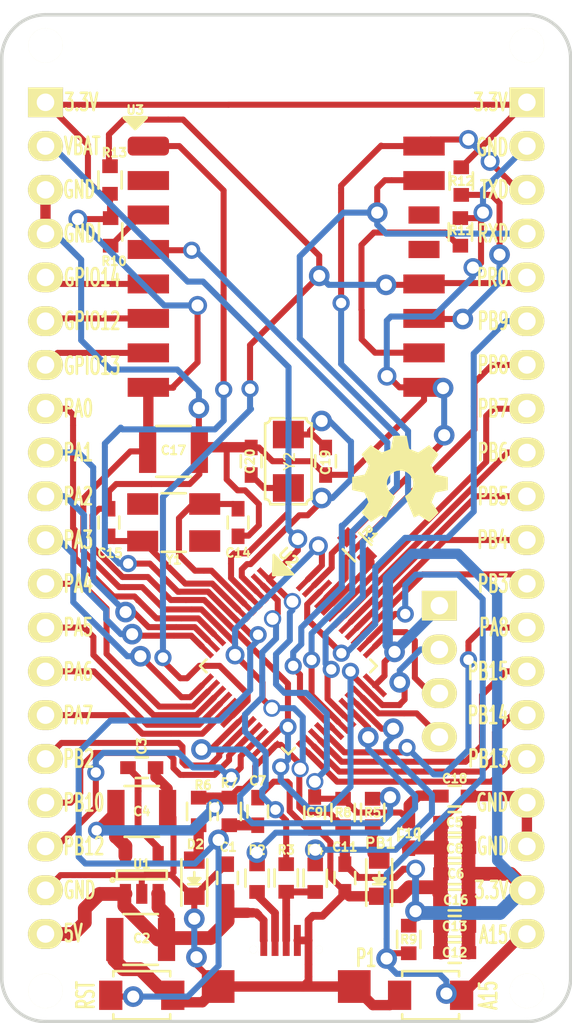
<source format=kicad_pcb>
(kicad_pcb (version 4) (host pcbnew 4.1.0-alpha+201608010717+6997~46~ubuntu14.04.1-product)
  (layers (0 F.Cu signal) (31 B.Cu signal) (35 F.Paste user) (37 F.SilkS user) (39 F.Mask user) (44 Edge.Cuts user))
  (net 0 "")
  (net 1 +5V)
  (net 2 GNDREF)
  (net 3 "Net-(C3-Pad1)")
  (net 4 +3V3)
  (net 5 /NRST)
  (net 6 /VBAT)
  (net 7 "Net-(C14-Pad1)")
  (net 8 "Net-(C15-Pad1)")
  (net 9 "Net-(C19-Pad1)")
  (net 10 "Net-(C20-Pad1)")
  (net 11 "Net-(D1-Pad2)")
  (net 12 "Net-(D2-Pad2)")
  (net 13 "Net-(P1-Pad2)")
  (net 14 "Net-(P1-Pad3)")
  (net 15 GPIO14)
  (net 16 GPIO12)
  (net 17 GPIO13)
  (net 18 PA0)
  (net 19 PA1)
  (net 20 PA2)
  (net 21 PA3)
  (net 22 PA4)
  (net 23 PA5)
  (net 24 PA6)
  (net 25 PA7)
  (net 26 PB2)
  (net 27 PB10)
  (net 28 PB12)
  (net 29 /PRO)
  (net 30 /ESP_RXD)
  (net 31 /ESP_TXD)
  (net 32 PB9)
  (net 33 PB8)
  (net 34 PB7)
  (net 35 PB6)
  (net 36 PB5)
  (net 37 PB4)
  (net 38 PB3)
  (net 39 PB15)
  (net 40 PB14)
  (net 41 PB13)
  (net 42 /BUTTON)
  (net 43 /SWCLK)
  (net 44 /SWDIO)
  (net 45 "Net-(R1-Pad1)")
  (net 46 /USB_DM)
  (net 47 /USB_DIS)
  (net 48 /USB_DP)
  (net 49 Led_u)
  (net 50 "Net-(R10-Pad1)")
  (net 51 "Net-(R11-Pad1)")
  (net 52 "Net-(R12-Pad2)")
  (net 53 GPIO16)
  (net 54 "Net-(U3-Pad2)")
  (net 55 "Net-(U3-Pad13)")
  (net 56 "Net-(U3-Pad14)")
  (net 57 PB11)
  (module lib:Crystal_SMD_5032_4Pads (layer F.Cu) (at 116.6622 105.664 180)
    (fp_text reference Y1 (at 0 -2.159 180) (layer F.SilkS) (effects (font (size 0.5 0.5) (thickness 0.125))))
    (fp_text value 8MHz hide)
    (pad 1 smd rect (at -1.8 1.075 180) (size 1.8 1.25) (layers F.Cu F.Paste F.Mask) (net 7 "Net-(C14-Pad1)"))
    (pad 3 smd rect (at 1.8 1.075 180) (size 1.8 1.25) (layers F.Cu F.Paste F.Mask))
    (pad 2 smd rect (at 1.8 -1.075 180) (size 1.8 1.2) (layers F.Cu F.Paste F.Mask) (net 8 "Net-(C15-Pad1)"))
    (pad 3 smd rect (at -1.8 -1.075 180) (size 1.8 1.25) (layers F.Cu F.Paste F.Mask))
  )
  (module lib:C_0603 (layer F.Cu) (at 124.841 122.4915 90)
    (fp_text reference C9 (at 0 0 -180) (layer F.SilkS) (effects (font (size 0.5 0.5) (thickness 0.125))))
    (fp_text value 1uF hide)
    (pad 1 smd rect (at -0.9 0 90) (size 0.9 0.75) (layers F.Cu F.Paste F.Mask) (net 2 GNDREF))
    (pad 2 smd rect (at 0.9 0 90) (size 0.9 0.75) (layers F.Cu F.Paste F.Mask) (net 6 /VBAT))
  )
  (module lib:LQFP-48_Pin1.7x0.3mm_Pitch0.5mm (layer F.Cu) (at 123.317 113.9825 315)
    (fp_text reference U2 (at -4.445227 -4.445227 315) (layer F.SilkS) (effects (font (size 0.6 0.6))))
    (fp_text value STM32F103C8Tx hide)
    (pad 1 smd rect (at -4.35 -2.75 315) (size 1.7 0.3) (layers F.Cu F.Paste F.Mask) (net 6 /VBAT))
    (pad 2 smd rect (at -4.35 -2.25 315) (size 1.7 0.3) (layers F.Cu F.Paste F.Mask) (net 47 /USB_DIS))
    (pad 3 smd rect (at -4.35 -1.75 315) (size 1.7 0.3) (layers F.Cu F.Paste F.Mask) (net 9 "Net-(C19-Pad1)"))
    (pad 4 smd rect (at -4.35 -1.25 315) (size 1.7 0.3) (layers F.Cu F.Paste F.Mask) (net 10 "Net-(C20-Pad1)"))
    (pad 5 smd rect (at -4.35 -0.75 315) (size 1.7 0.3) (layers F.Cu F.Paste F.Mask) (net 7 "Net-(C14-Pad1)"))
    (pad 6 smd rect (at -4.35 -0.25 315) (size 1.7 0.3) (layers F.Cu F.Paste F.Mask) (net 8 "Net-(C15-Pad1)"))
    (pad 7 smd rect (at -4.35 0.25 315) (size 1.7 0.3) (layers F.Cu F.Paste F.Mask) (net 5 /NRST))
    (pad 8 smd rect (at -4.35 0.75 315) (size 1.7 0.3) (layers F.Cu F.Paste F.Mask) (net 2 GNDREF))
    (pad 9 smd rect (at -4.35 1.25 315) (size 1.7 0.3) (layers F.Cu F.Paste F.Mask) (net 4 +3V3))
    (pad 10 smd rect (at -4.35 1.75 315) (size 1.7 0.3) (layers F.Cu F.Paste F.Mask) (net 18 PA0))
    (pad 11 smd rect (at -4.35 2.25 315) (size 1.7 0.3) (layers F.Cu F.Paste F.Mask) (net 19 PA1))
    (pad 12 smd rect (at -4.35 2.75 315) (size 1.7 0.3) (layers F.Cu F.Paste F.Mask) (net 20 PA2))
    (pad 13 smd rect (at -2.75 4.35 45) (size 1.7 0.3) (layers F.Cu F.Paste F.Mask) (net 21 PA3))
    (pad 14 smd rect (at -2.25 4.35 45) (size 1.7 0.3) (layers F.Cu F.Paste F.Mask) (net 22 PA4))
    (pad 15 smd rect (at -1.75 4.35 45) (size 1.7 0.3) (layers F.Cu F.Paste F.Mask) (net 23 PA5))
    (pad 16 smd rect (at -1.25 4.35 45) (size 1.7 0.3) (layers F.Cu F.Paste F.Mask) (net 24 PA6))
    (pad 17 smd rect (at -0.75 4.35 45) (size 1.7 0.3) (layers F.Cu F.Paste F.Mask) (net 25 PA7))
    (pad 18 smd rect (at -0.25 4.35 45) (size 1.7 0.3) (layers F.Cu F.Paste F.Mask) (net 29 /PRO))
    (pad 19 smd rect (at 0.25 4.35 45) (size 1.7 0.3) (layers F.Cu F.Paste F.Mask) (net 49 Led_u))
    (pad 20 smd rect (at 0.75 4.35 45) (size 1.7 0.3) (layers F.Cu F.Paste F.Mask) (net 26 PB2))
    (pad 21 smd rect (at 1.25 4.35 45) (size 1.7 0.3) (layers F.Cu F.Paste F.Mask) (net 27 PB10))
    (pad 22 smd rect (at 1.75 4.35 45) (size 1.7 0.3) (layers F.Cu F.Paste F.Mask) (net 57 PB11))
    (pad 23 smd rect (at 2.25 4.35 45) (size 1.7 0.3) (layers F.Cu F.Paste F.Mask) (net 2 GNDREF))
    (pad 24 smd rect (at 2.75 4.35 45) (size 1.7 0.3) (layers F.Cu F.Paste F.Mask) (net 4 +3V3))
    (pad 25 smd rect (at 4.35 2.75 315) (size 1.7 0.3) (layers F.Cu F.Paste F.Mask) (net 28 PB12))
    (pad 26 smd rect (at 4.35 2.25 315) (size 1.7 0.3) (layers F.Cu F.Paste F.Mask) (net 41 PB13))
    (pad 27 smd rect (at 4.35 1.75 315) (size 1.7 0.3) (layers F.Cu F.Paste F.Mask) (net 40 PB14))
    (pad 28 smd rect (at 4.35 1.25 315) (size 1.7 0.3) (layers F.Cu F.Paste F.Mask) (net 39 PB15))
    (pad 29 smd rect (at 4.35 0.75 315) (size 1.7 0.3) (layers F.Cu F.Paste F.Mask) (net 53 GPIO16))
    (pad 30 smd rect (at 4.35 0.25 315) (size 1.7 0.3) (layers F.Cu F.Paste F.Mask) (net 30 /ESP_RXD))
    (pad 31 smd rect (at 4.35 -0.25 315) (size 1.7 0.3) (layers F.Cu F.Paste F.Mask) (net 31 /ESP_TXD))
    (pad 32 smd rect (at 4.35 -0.75 315) (size 1.7 0.3) (layers F.Cu F.Paste F.Mask) (net 46 /USB_DM))
    (pad 33 smd rect (at 4.35 -1.25 315) (size 1.7 0.3) (layers F.Cu F.Paste F.Mask) (net 48 /USB_DP))
    (pad 34 smd rect (at 4.35 -1.75 315) (size 1.7 0.3) (layers F.Cu F.Paste F.Mask) (net 44 /SWDIO))
    (pad 35 smd rect (at 4.35 -2.25 315) (size 1.7 0.3) (layers F.Cu F.Paste F.Mask) (net 2 GNDREF))
    (pad 36 smd rect (at 4.35 -2.75 315) (size 1.7 0.3) (layers F.Cu F.Paste F.Mask) (net 4 +3V3))
    (pad 37 smd rect (at 2.75 -4.35 45) (size 1.7 0.3) (layers F.Cu F.Paste F.Mask) (net 43 /SWCLK))
    (pad 38 smd rect (at 2.25 -4.35 45) (size 1.7 0.3) (layers F.Cu F.Paste F.Mask) (net 42 /BUTTON))
    (pad 39 smd rect (at 1.75 -4.35 45) (size 1.7 0.3) (layers F.Cu F.Paste F.Mask) (net 38 PB3))
    (pad 40 smd rect (at 1.25 -4.35 45) (size 1.7 0.3) (layers F.Cu F.Paste F.Mask) (net 37 PB4))
    (pad 41 smd rect (at 0.75 -4.35 45) (size 1.7 0.3) (layers F.Cu F.Paste F.Mask) (net 36 PB5))
    (pad 42 smd rect (at 0.25 -4.35 45) (size 1.7 0.3) (layers F.Cu F.Paste F.Mask) (net 35 PB6))
    (pad 43 smd rect (at -0.25 -4.35 45) (size 1.7 0.3) (layers F.Cu F.Paste F.Mask) (net 34 PB7))
    (pad 44 smd rect (at -0.75 -4.35 45) (size 1.7 0.3) (layers F.Cu F.Paste F.Mask) (net 45 "Net-(R1-Pad1)"))
    (pad 45 smd rect (at -1.25 -4.35 45) (size 1.7 0.3) (layers F.Cu F.Paste F.Mask) (net 33 PB8))
    (pad 46 smd rect (at -1.75 -4.35 45) (size 1.7 0.3) (layers F.Cu F.Paste F.Mask) (net 32 PB9))
    (pad 47 smd rect (at -2.25 -4.35 45) (size 1.7 0.3) (layers F.Cu F.Paste F.Mask) (net 2 GNDREF))
    (pad 48 smd rect (at -2.75 -4.35 45) (size 1.7 0.3) (layers F.Cu F.Paste F.Mask) (net 4 +3V3))
  )
  (module lib:logo5 (layer F.Cu) (at 129.794 103.124)
    (fp_text reference VAL** hide)
    (fp_text value oshw_logo_500 hide)
  )
  (module lib:crystal_smd_32.768_2Pin (layer F.Cu) (at 123.317 102.108 270)
    (fp_text reference Y2 (at 0 -0.0635 270) (layer F.SilkS) (effects (font (size 0.6 0.6) (thickness 0.09906))))
    (fp_text value 32.687 hide)
    (pad 1 smd rect (at -1.55 0 270) (size 1.6 1.8) (layers F.Cu F.Paste F.Mask) (net 9 "Net-(C19-Pad1)"))
    (pad 2 smd rect (at 1.55 0 270) (size 1.6 1.8) (layers F.Cu F.Paste F.Mask) (net 10 "Net-(C20-Pad1)"))
  )
  (module lib:C_0603 (layer F.Cu) (at 132.969 130.6195)
    (fp_text reference C12 (at 0 0 180) (layer F.SilkS) (effects (font (size 0.5 0.5) (thickness 0.125))))
    (fp_text value 0.1uF hide)
    (pad 1 smd rect (at -0.8 0) (size 0.9 0.75) (layers F.Cu F.Paste F.Mask) (net 2 GNDREF))
    (pad 2 smd rect (at 0.8 0) (size 0.9 0.75) (layers F.Cu F.Paste F.Mask) (net 4 +3V3))
  )
  (module LEDs:LED_0805 (layer F.Cu) (at 128.5875 126.3015 90)
    (fp_text reference PB1 (at 2.032 0.0635) (layer F.SilkS) (effects (font (size 0.6 0.6) (thickness 0.125))))
    (fp_text value "Led PWR" hide)
    (pad 2 smd rect (at 1.04902 0 270) (size 1 1.19888) (layers F.Cu F.Paste F.Mask) (net 11 "Net-(D1-Pad2)"))
    (pad 1 smd rect (at -1.04902 0 270) (size 1 1.19888) (layers F.Cu F.Paste F.Mask) (net 2 GNDREF))
  )
  (module LEDs:LED_0805 (layer F.Cu) (at 117.856 126.3015 90)
    (fp_text reference D2 (at 1.9685 0.0635 -180) (layer F.SilkS) (effects (font (size 0.5 0.5) (thickness 0.125))))
    (fp_text value Led hide)
    (pad 2 smd rect (at 1.04902 0 270) (size 1 1.19888) (layers F.Cu F.Paste F.Mask) (net 12 "Net-(D2-Pad2)"))
    (pad 1 smd rect (at -1.04902 0 270) (size 1 1.19888) (layers F.Cu F.Paste F.Mask) (net 2 GNDREF))
  )
  (module TO_SOT_Packages_SMD:SOT-23-5 (layer F.Cu) (at 114.808 126.111 90)
    (fp_text reference U1 (at 0.635 0 180) (layer F.SilkS) (effects (font (size 0.5 0.5) (thickness 0.125))))
    (fp_text value LP2985LV hide)
    (pad 1 smd rect (at -1.1 -0.95 90) (size 1.15 0.65) (layers F.Cu F.Paste F.Mask) (net 1 +5V))
    (pad 2 smd rect (at -1.1 0 90) (size 1.15 0.65) (layers F.Cu F.Paste F.Mask) (net 2 GNDREF))
    (pad 3 smd rect (at -1.1 0.95 90) (size 1.15 0.65) (layers F.Cu F.Paste F.Mask) (net 1 +5V))
    (pad 4 smd rect (at 1.1 0.95 90) (size 1.15 0.65) (layers F.Cu F.Paste F.Mask) (net 3 "Net-(C3-Pad1)"))
    (pad 5 smd rect (at 1.1 -0.95 90) (size 1.15 0.65) (layers F.Cu F.Paste F.Mask) (net 4 +3V3))
  )
  (module lib:C_0603 (layer F.Cu) (at 119.7864 126.2888 90)
    (fp_text reference C1 (at 1.792 0.0405 180) (layer F.SilkS) (effects (font (size 0.5 0.5) (thickness 0.125))))
    (fp_text value 0.1uF hide)
    (pad 1 smd rect (at -0.8 0 90) (size 0.9 0.75) (layers F.Cu F.Paste F.Mask) (net 1 +5V))
    (pad 2 smd rect (at 0.8 0 90) (size 0.9 0.75) (layers F.Cu F.Paste F.Mask) (net 2 GNDREF))
  )
  (module lib:Micro_usb_B_smd (layer F.Cu) (at 123.19 132.588)
    (fp_text reference P1 (at 4.6355 -1.651) (layer F.SilkS) (effects (font (size 1 0.6))))
    (fp_text value USB hide)
    (pad 4 smd rect (at 3.9497 0) (size 1.89738 1.89738) (layers F.Cu F.Paste F.Mask) (net 2 GNDREF))
    (pad 4 smd rect (at -3.9497 0) (size 1.89738 1.89738) (layers F.Cu F.Paste F.Mask) (net 2 GNDREF))
    (pad 1 smd rect (at -1.30048 -2.67462) (size 0.4 1.8) (layers F.Cu F.Paste F.Mask) (net 1 +5V))
    (pad 2 smd rect (at -0.6477 -2.67462) (size 0.4 1.8) (layers F.Cu F.Paste F.Mask) (net 13 "Net-(P1-Pad2)"))
    (pad 3 smd rect (at 0 -2.67462) (size 0.4 1.8) (layers F.Cu F.Paste F.Mask) (net 14 "Net-(P1-Pad3)"))
    (pad 4 smd rect (at 0.6477 -2.67462) (size 0.4 1.8) (layers F.Cu F.Paste F.Mask) (net 2 GNDREF))
    (pad 5 smd rect (at 1.30048 -2.67462) (size 0.4 1.8) (layers F.Cu F.Paste F.Mask) (net 2 GNDREF))
    (pad "" np_thru_hole circle (at 1.89738 -2.1463) (size 0.45 0.45) (drill 0.45) (layers *.Cu *.Mask F.SilkS))
    (pad "" np_thru_hole circle (at -1.89992 -2.14884) (size 0.45 0.45) (drill 0.45) (layers *.Cu *.Mask F.SilkS))
  )
  (module Pin_Headers:Pin_Header_Straight_1x04 (layer F.Cu) (at 132.08 110.49)
    (fp_text reference P4 hide)
    (fp_text value CONN_01X04 hide)
    (pad 1 thru_hole rect (at 0 0) (size 2.032 1.7272) (drill 1.016) (layers *.Cu *.Mask F.SilkS) (net 4 +3V3))
    (pad 2 thru_hole oval (at 0 2.54) (size 2.032 1.7272) (drill 1.016) (layers *.Cu *.Mask F.SilkS) (net 2 GNDREF))
    (pad 3 thru_hole oval (at 0 5.08) (size 2.032 1.7272) (drill 1.016) (layers *.Cu *.Mask F.SilkS) (net 43 /SWCLK))
    (pad 4 thru_hole oval (at 0 7.62) (size 2.032 1.7272) (drill 1.016) (layers *.Cu *.Mask F.SilkS) (net 44 /SWDIO))
  )
  (module Pin_Headers:Pin_Header_Straight_1x20 (layer F.Cu) (at 137.16 81.28)
    (fp_text reference P3 hide)
    (fp_text value CONN_01X20 hide)
    (pad 1 thru_hole rect (at 0 0) (size 2.032 1.7272) (drill 1.016) (layers *.Cu *.Mask F.SilkS) (net 4 +3V3))
    (pad 2 thru_hole oval (at 0 2.54) (size 2.032 1.7272) (drill 1.016) (layers *.Cu *.Mask F.SilkS) (net 2 GNDREF))
    (pad 3 thru_hole oval (at 0 5.08) (size 2.032 1.7272) (drill 1.016) (layers *.Cu *.Mask F.SilkS) (net 31 /ESP_TXD))
    (pad 4 thru_hole oval (at 0 7.62) (size 2.032 1.7272) (drill 1.016) (layers *.Cu *.Mask F.SilkS) (net 30 /ESP_RXD))
    (pad 5 thru_hole oval (at 0 10.16) (size 2.032 1.7272) (drill 1.016) (layers *.Cu *.Mask F.SilkS) (net 29 /PRO))
    (pad 6 thru_hole oval (at 0 12.7) (size 2.032 1.7272) (drill 1.016) (layers *.Cu *.Mask F.SilkS) (net 32 PB9))
    (pad 7 thru_hole oval (at 0 15.24) (size 2.032 1.7272) (drill 1.016) (layers *.Cu *.Mask F.SilkS) (net 33 PB8))
    (pad 8 thru_hole oval (at 0 17.78) (size 2.032 1.7272) (drill 1.016) (layers *.Cu *.Mask F.SilkS) (net 34 PB7))
    (pad 9 thru_hole oval (at 0 20.32) (size 2.032 1.7272) (drill 1.016) (layers *.Cu *.Mask F.SilkS) (net 35 PB6))
    (pad 10 thru_hole oval (at 0 22.86) (size 2.032 1.7272) (drill 1.016) (layers *.Cu *.Mask F.SilkS) (net 36 PB5))
    (pad 11 thru_hole oval (at 0 25.4) (size 2.032 1.7272) (drill 1.016) (layers *.Cu *.Mask F.SilkS) (net 37 PB4))
    (pad 12 thru_hole oval (at 0 27.94) (size 2.032 1.7272) (drill 1.016) (layers *.Cu *.Mask F.SilkS) (net 38 PB3))
    (pad 13 thru_hole oval (at 0 30.48) (size 2.032 1.7272) (drill 1.016) (layers *.Cu *.Mask F.SilkS) (net 39 PB15))
    (pad 14 thru_hole oval (at 0 33.02) (size 2.032 1.7272) (drill 1.016) (layers *.Cu *.Mask F.SilkS) (net 40 PB14))
    (pad 15 thru_hole oval (at 0 35.56) (size 2.032 1.7272) (drill 1.016) (layers *.Cu *.Mask F.SilkS) (net 41 PB13))
    (pad 16 thru_hole oval (at 0 38.1) (size 2.032 1.7272) (drill 1.016) (layers *.Cu *.Mask F.SilkS) (net 28 PB12))
    (pad 17 thru_hole oval (at 0 40.64) (size 2.032 1.7272) (drill 1.016) (layers *.Cu *.Mask F.SilkS) (net 2 GNDREF))
    (pad 18 thru_hole oval (at 0 43.18) (size 2.032 1.7272) (drill 1.016) (layers *.Cu *.Mask F.SilkS) (net 2 GNDREF))
    (pad 19 thru_hole oval (at 0 45.72) (size 2.032 1.7272) (drill 1.016) (layers *.Cu *.Mask F.SilkS) (net 4 +3V3))
    (pad 20 thru_hole oval (at 0 48.26) (size 2.032 1.7272) (drill 1.016) (layers *.Cu *.Mask F.SilkS) (net 42 /BUTTON))
  )
  (module Pin_Headers:Pin_Header_Straight_1x20 (layer F.Cu) (at 109.22 81.28)
    (fp_text reference P2 hide)
    (fp_text value CONN_01X20 hide)
    (pad 1 thru_hole rect (at 0 0) (size 2.032 1.7272) (drill 1.016) (layers *.Cu *.Mask F.SilkS) (net 4 +3V3))
    (pad 2 thru_hole oval (at 0 2.54) (size 2.032 1.7272) (drill 1.016) (layers *.Cu *.Mask F.SilkS) (net 6 /VBAT))
    (pad 3 thru_hole oval (at 0 5.08) (size 2.032 1.7272) (drill 1.016) (layers *.Cu *.Mask F.SilkS) (net 2 GNDREF))
    (pad 4 thru_hole oval (at 0 7.62) (size 2.032 1.7272) (drill 1.016) (layers *.Cu *.Mask F.SilkS) (net 2 GNDREF))
    (pad 5 thru_hole oval (at 0 10.16) (size 2.032 1.7272) (drill 1.016) (layers *.Cu *.Mask F.SilkS) (net 15 GPIO14))
    (pad 6 thru_hole oval (at 0 12.7) (size 2.032 1.7272) (drill 1.016) (layers *.Cu *.Mask F.SilkS) (net 16 GPIO12))
    (pad 7 thru_hole oval (at 0 15.24) (size 2.032 1.7272) (drill 1.016) (layers *.Cu *.Mask F.SilkS) (net 17 GPIO13))
    (pad 8 thru_hole oval (at 0 17.78) (size 2.032 1.7272) (drill 1.016) (layers *.Cu *.Mask F.SilkS) (net 18 PA0))
    (pad 9 thru_hole oval (at 0 20.32) (size 2.032 1.7272) (drill 1.016) (layers *.Cu *.Mask F.SilkS) (net 19 PA1))
    (pad 10 thru_hole oval (at 0 22.86) (size 2.032 1.7272) (drill 1.016) (layers *.Cu *.Mask F.SilkS) (net 20 PA2))
    (pad 11 thru_hole oval (at 0 25.4) (size 2.032 1.7272) (drill 1.016) (layers *.Cu *.Mask F.SilkS) (net 21 PA3))
    (pad 12 thru_hole oval (at 0 27.94) (size 2.032 1.7272) (drill 1.016) (layers *.Cu *.Mask F.SilkS) (net 22 PA4))
    (pad 13 thru_hole oval (at 0 30.48) (size 2.032 1.7272) (drill 1.016) (layers *.Cu *.Mask F.SilkS) (net 23 PA5))
    (pad 14 thru_hole oval (at 0 33.02) (size 2.032 1.7272) (drill 1.016) (layers *.Cu *.Mask F.SilkS) (net 24 PA6))
    (pad 15 thru_hole oval (at 0 35.56) (size 2.032 1.7272) (drill 1.016) (layers *.Cu *.Mask F.SilkS) (net 25 PA7))
    (pad 16 thru_hole oval (at 0 38.1) (size 2.032 1.7272) (drill 1.016) (layers *.Cu *.Mask F.SilkS) (net 26 PB2))
    (pad 17 thru_hole oval (at 0 40.64) (size 2.032 1.7272) (drill 1.016) (layers *.Cu *.Mask F.SilkS) (net 27 PB10))
    (pad 18 thru_hole oval (at 0 43.18) (size 2.032 1.7272) (drill 1.016) (layers *.Cu *.Mask F.SilkS) (net 57 PB11))
    (pad 19 thru_hole oval (at 0 45.72) (size 2.032 1.7272) (drill 1.016) (layers *.Cu *.Mask F.SilkS) (net 2 GNDREF))
    (pad 20 thru_hole oval (at 0 48.26) (size 2.032 1.7272) (drill 1.016) (layers *.Cu *.Mask F.SilkS) (net 1 +5V))
  )
  (module Capacitors_SMD:C_1210 (layer F.Cu) (at 114.7445 129.8575 180)
    (fp_text reference C2 (at -0.0635 0.0635 180) (layer F.SilkS) (effects (font (size 0.5 0.5) (thickness 0.125))))
    (fp_text value 10uF-50v hide)
    (pad 1 smd rect (at -1.5 0 180) (size 1 2.5) (layers F.Cu F.Paste F.Mask) (net 1 +5V))
    (pad 2 smd rect (at 1.5 0 180) (size 1 2.5) (layers F.Cu F.Paste F.Mask) (net 2 GNDREF))
  )
  (module Capacitors_SMD:C_1210 (layer F.Cu) (at 114.808 122.428)
    (fp_text reference C4 (at 0 0) (layer F.SilkS) (effects (font (size 0.5 0.5) (thickness 0.125))))
    (fp_text value 10uF-50v hide)
    (pad 1 smd rect (at -1.5 0) (size 1 2.5) (layers F.Cu F.Paste F.Mask) (net 4 +3V3))
    (pad 2 smd rect (at 1.5 0) (size 1 2.5) (layers F.Cu F.Paste F.Mask) (net 2 GNDREF))
  )
  (module Capacitors_SMD:C_1210 (layer F.Cu) (at 116.6495 101.5365)
    (fp_text reference C17 (at 0 -0.0635 180) (layer F.SilkS) (effects (font (size 0.5 0.5) (thickness 0.125))))
    (fp_text value 10uF-50v hide)
    (pad 1 smd rect (at -1.5 0) (size 1 2.5) (layers F.Cu F.Paste F.Mask) (net 4 +3V3))
    (pad 2 smd rect (at 1.5 0) (size 1 2.5) (layers F.Cu F.Paste F.Mask) (net 2 GNDREF))
  )
  (module lib:MountingHole_2mm (layer F.Cu) (at 109.22 77.978)
    (fp_text reference P8 hide)
    (fp_text value CONN_01X01 hide)
    (pad "" np_thru_hole circle (at 0 0) (size 2 2) (drill 2) (layers *.Cu *.Mask F.SilkS))
  )
  (module lib:MountingHole_2mm (layer F.Cu) (at 137.16 77.978)
    (fp_text reference P9 hide)
    (fp_text value CONN_01X01 hide)
    (pad "" np_thru_hole circle (at 0 0) (size 2 2) (drill 2) (layers *.Cu *.Mask F.SilkS))
  )
  (module lib:MountingHole_2mm (layer F.Cu) (at 137.16 132.842)
    (fp_text reference P10 (at 0 0) (layer F.SilkS) (effects (font (size 0.3937 0.3937) (thickness 0.098425))))
    (fp_text value CONN_01X01 hide)
    (pad "" np_thru_hole circle (at 0 0) (size 2 2) (drill 2) (layers *.Cu *.Mask F.SilkS))
  )
  (module lib:MountingHole_2mm (layer F.Cu) (at 109.22 132.842)
    (fp_text reference P11 (at 0 0) (layer F.SilkS) (effects (font (size 0.3937 0.3937) (thickness 0.098425))))
    (fp_text value CONN_01X01 hide)
    (pad "" np_thru_hole circle (at 0 0) (size 2 2) (drill 2) (layers *.Cu *.Mask F.SilkS))
  )
  (module lib:R_0603 (layer F.Cu) (at 127.3048 107.0864 135)
    (fp_text reference R1 (at 0 1.077631 135) (layer F.SilkS) (effects (font (size 0.5 0.5) (thickness 0.125))))
    (fp_text value 10k hide)
    (pad 1 smd rect (at -0.8 0 135) (size 0.8 0.9) (layers F.Cu F.Paste F.Mask) (net 45 "Net-(R1-Pad1)"))
    (pad 2 smd rect (at 0.8 0 135) (size 0.8 0.9) (layers F.Cu F.Paste F.Mask) (net 2 GNDREF))
  )
  (module lib:R_0603 (layer F.Cu) (at 121.5 126.3 270)
    (fp_text reference R2 (at -1.6256 0) (layer F.SilkS) (effects (font (size 0.5 0.5) (thickness 0.125))))
    (fp_text value 22 hide)
    (pad 1 smd rect (at -0.8 0 270) (size 0.8 0.9) (layers F.Cu F.Paste F.Mask) (net 46 /USB_DM))
    (pad 2 smd rect (at 0.8 0 270) (size 0.8 0.9) (layers F.Cu F.Paste F.Mask) (net 13 "Net-(P1-Pad2)"))
  )
  (module lib:R_0603 (layer F.Cu) (at 123.19 126.2888 270)
    (fp_text reference R3 (at -1.6256 0) (layer F.SilkS) (effects (font (size 0.5 0.5) (thickness 0.125))))
    (fp_text value 1.5K hide)
    (pad 1 smd rect (at -0.8 0 270) (size 0.8 0.9) (layers F.Cu F.Paste F.Mask) (net 47 /USB_DIS))
    (pad 2 smd rect (at 0.8 0 270) (size 0.8 0.9) (layers F.Cu F.Paste F.Mask) (net 14 "Net-(P1-Pad3)"))
  )
  (module lib:R_0603 (layer F.Cu) (at 124.875 126.3 270)
    (fp_text reference R4 (at -1.6256 0) (layer F.SilkS) (effects (font (size 0.5 0.5) (thickness 0.125))))
    (fp_text value 22 hide)
    (pad 1 smd rect (at -0.8 0 270) (size 0.8 0.9) (layers F.Cu F.Paste F.Mask) (net 48 /USB_DP))
    (pad 2 smd rect (at 0.8 0 270) (size 0.8 0.9) (layers F.Cu F.Paste F.Mask) (net 14 "Net-(P1-Pad3)"))
  )
  (module lib:R_0603 (layer F.Cu) (at 128.2065 122.4915 270)
    (fp_text reference R5 (at 0 0) (layer F.SilkS) (effects (font (size 0.5 0.5) (thickness 0.125))))
    (fp_text value 10k hide)
    (pad 1 smd rect (at -0.8 0 270) (size 0.8 0.9) (layers F.Cu F.Paste F.Mask) (net 49 Led_u))
    (pad 2 smd rect (at 0.8 0 270) (size 0.8 0.9) (layers F.Cu F.Paste F.Mask) (net 11 "Net-(D1-Pad2)"))
  )
  (module lib:R_0603 (layer F.Cu) (at 118.11 122.428 270)
    (fp_text reference R6 (at -1.524 -0.254 360) (layer F.SilkS) (effects (font (size 0.5 0.5) (thickness 0.125))))
    (fp_text value 10k hide)
    (pad 1 smd rect (at -0.8 0 270) (size 0.8 0.9) (layers F.Cu F.Paste F.Mask) (net 4 +3V3))
    (pad 2 smd rect (at 0.8 0 270) (size 0.8 0.9) (layers F.Cu F.Paste F.Mask) (net 12 "Net-(D2-Pad2)"))
  )
  (module lib:R_0603 (layer F.Cu) (at 119.888 122.428 90)
    (fp_text reference R7 (at 1.651 0 -180) (layer F.SilkS) (effects (font (size 0.5 0.5) (thickness 0.125))))
    (fp_text value 10K hide)
    (pad 1 smd rect (at -0.8 0 90) (size 0.8 0.9) (layers F.Cu F.Paste F.Mask) (net 5 /NRST))
    (pad 2 smd rect (at 0.8 0 90) (size 0.8 0.9) (layers F.Cu F.Paste F.Mask) (net 4 +3V3))
  )
  (module lib:R_0603 (layer F.Cu) (at 126.492 122.4915 270)
    (fp_text reference R8 (at 0 0 360) (layer F.SilkS) (effects (font (size 0.5 0.5) (thickness 0.125))))
    (fp_text value 0R hide)
    (pad 1 smd rect (at -0.8 0 270) (size 0.8 0.9) (layers F.Cu F.Paste F.Mask) (net 6 /VBAT))
    (pad 2 smd rect (at 0.8 0 270) (size 0.8 0.9) (layers F.Cu F.Paste F.Mask) (net 4 +3V3))
  )
  (module lib:R_0603 (layer F.Cu) (at 130.302 129.8575 90)
    (fp_text reference R9 (at 0 0 180) (layer F.SilkS) (effects (font (size 0.5 0.5) (thickness 0.125))))
    (fp_text value 10K hide)
    (pad 1 smd rect (at -0.8 0 90) (size 0.8 0.9) (layers F.Cu F.Paste F.Mask) (net 42 /BUTTON))
    (pad 2 smd rect (at 0.8 0 90) (size 0.8 0.9) (layers F.Cu F.Paste F.Mask) (net 4 +3V3))
  )
  (module lib:R_0603 (layer F.Cu) (at 113 88.8 90)
    (fp_text reference R10 (at -1.7 0.2 180) (layer F.SilkS) (effects (font (size 0.5 0.5) (thickness 0.125))))
    (fp_text value 10K hide)
    (pad 1 smd rect (at -0.8 0 90) (size 0.8 0.9) (layers F.Cu F.Paste F.Mask) (net 50 "Net-(R10-Pad1)"))
    (pad 2 smd rect (at 0.8 0 90) (size 0.8 0.9) (layers F.Cu F.Paste F.Mask) (net 4 +3V3))
  )
  (module lib:R_0603 (layer F.Cu) (at 133.3 88.8 90)
    (fp_text reference R11 (at 0.0905 0.05 180) (layer F.SilkS) (effects (font (size 0.5 0.5) (thickness 0.125))))
    (fp_text value 10K hide)
    (pad 1 smd rect (at -0.8 0 90) (size 0.8 0.9) (layers F.Cu F.Paste F.Mask) (net 51 "Net-(R11-Pad1)"))
    (pad 2 smd rect (at 0.8 0 90) (size 0.8 0.9) (layers F.Cu F.Paste F.Mask) (net 2 GNDREF))
  )
  (module lib:R_0603 (layer F.Cu) (at 133.35 85.852 270)
    (fp_text reference R12 (at 0 0 180) (layer F.SilkS) (effects (font (size 0.5 0.5) (thickness 0.125))))
    (fp_text value 10K hide)
    (pad 1 smd rect (at -0.8 0 270) (size 0.8 0.9) (layers F.Cu F.Paste F.Mask) (net 4 +3V3))
    (pad 2 smd rect (at 0.8 0 270) (size 0.8 0.9) (layers F.Cu F.Paste F.Mask) (net 52 "Net-(R12-Pad2)"))
  )
  (module lib:R_0603 (layer F.Cu) (at 112.9665 85.7885 90)
    (fp_text reference R13 (at 1.5875 0.254 180) (layer F.SilkS) (effects (font (size 0.5 0.5) (thickness 0.125))))
    (fp_text value 10K hide)
    (pad 1 smd rect (at -0.8 0 90) (size 0.8 0.9) (layers F.Cu F.Paste F.Mask) (net 4 +3V3))
    (pad 2 smd rect (at 0.8 0 90) (size 0.8 0.9) (layers F.Cu F.Paste F.Mask) (net 29 /PRO))
  )
  (module lib:SW_SPST_B3U-1000P-B (layer F.Cu) (at 114.808 133.096)
    (fp_text reference RST (at -3.2512 0 90) (layer F.SilkS) (effects (font (size 1 0.6))))
    (fp_text value RST hide)
    (pad 1 smd rect (at -1.8 0) (size 1.35 1.7) (layers F.Cu F.Paste F.Mask) (net 5 /NRST))
    (pad 2 smd rect (at 1.8 0) (size 1.35 1.7) (layers F.Cu F.Paste F.Mask) (net 2 GNDREF))
  )
  (module lib:SW_SPST_B3U-1000P-B (layer F.Cu) (at 131.572 133.096 180)
    (fp_text reference A15 (at -3.3528 0 270) (layer F.SilkS) (effects (font (size 1 0.6))))
    (fp_text value SW_PUSH_SMALL_H hide)
    (pad 1 smd rect (at -1.8 0 180) (size 1.35 1.7) (layers F.Cu F.Paste F.Mask) (net 42 /BUTTON))
    (pad 2 smd rect (at 1.8 0 180) (size 1.35 1.7) (layers F.Cu F.Paste F.Mask) (net 2 GNDREF))
  )
  (module lib:ESP-07v2-smd-16pin (layer F.Cu) (at 115.189 83.82)
    (fp_text reference U3 (at -0.762 -2.0955) (layer F.SilkS) (effects (font (size 0.5 0.5) (thickness 0.125))))
    (fp_text value ESP-07v2)
    (pad 1 smd roundrect (at 0 0) (size 2.4 1.1) (layers F.Cu F.Paste F.Mask) (net 5 /NRST))
    (pad 2 smd rect (at 0 2) (size 2.4 1.1) (layers F.Cu F.Paste F.Mask) (net 54 "Net-(U3-Pad2)"))
    (pad 3 smd rect (at 0 4) (size 2.4 1.1) (layers F.Cu F.Paste F.Mask) (net 50 "Net-(R10-Pad1)"))
    (pad 4 smd rect (at 0 6) (size 2.4 1.1) (layers F.Cu F.Paste F.Mask) (net 53 GPIO16))
    (pad 5 smd rect (at 0 8) (size 2.4 1.1) (layers F.Cu F.Paste F.Mask) (net 15 GPIO14))
    (pad 6 smd rect (at 0 10) (size 2.4 1.1) (layers F.Cu F.Paste F.Mask) (net 16 GPIO12))
    (pad 7 smd rect (at 0 12) (size 2.4 1.1) (layers F.Cu F.Paste F.Mask) (net 17 GPIO13))
    (pad 8 smd rect (at 0 14) (size 2.4 1.1) (layers F.Cu F.Paste F.Mask) (net 4 +3V3))
    (pad 9 smd rect (at 16 14) (size 2.4 1.1) (layers F.Cu F.Paste F.Mask) (net 2 GNDREF))
    (pad 10 smd rect (at 16 12) (size 2.4 1.1) (layers F.Cu F.Paste F.Mask) (net 51 "Net-(R11-Pad1)"))
    (pad 11 smd rect (at 16 10) (size 2.4 1.1) (layers F.Cu F.Paste F.Mask) (net 52 "Net-(R12-Pad2)"))
    (pad 12 smd rect (at 16 8) (size 2.4 1.1) (layers F.Cu F.Paste F.Mask) (net 29 /PRO))
    (pad 13 smd rect (at 16 6) (size 1.8 1) (layers F.Cu F.Paste F.Mask) (net 55 "Net-(U3-Pad13)"))
    (pad 14 smd rect (at 16 4) (size 1.8 1) (layers F.Cu F.Paste F.Mask) (net 56 "Net-(U3-Pad14)"))
    (pad 15 smd rect (at 16 2) (size 2.4 1.1) (layers F.Cu F.Paste F.Mask) (net 30 /ESP_RXD))
    (pad 16 smd rect (at 16 0) (size 2.4 1.1) (layers F.Cu F.Paste F.Mask) (net 31 /ESP_TXD))
  )
  (module lib:C_0603 (layer F.Cu) (at 114.808 119.888)
    (fp_text reference C3 (at 0 -1.25 -90) (layer F.SilkS) (effects (font (size 0.5 0.5) (thickness 0.125))))
    (fp_text value 10nF hide)
    (pad 1 smd rect (at -0.8 0) (size 0.9 0.75) (layers F.Cu F.Paste F.Mask) (net 3 "Net-(C3-Pad1)"))
    (pad 2 smd rect (at 0.8 0) (size 0.9 0.75) (layers F.Cu F.Paste F.Mask) (net 2 GNDREF))
  )
  (module lib:C_0603 (layer F.Cu) (at 132.969 123.063)
    (fp_text reference C5 (at 0 0) (layer F.SilkS) (effects (font (size 0.5 0.5) (thickness 0.125))))
    (fp_text value 0.1uF hide)
    (pad 1 smd rect (at -0.8 0) (size 0.9 0.75) (layers F.Cu F.Paste F.Mask) (net 2 GNDREF))
    (pad 2 smd rect (at 0.8 0) (size 0.9 0.75) (layers F.Cu F.Paste F.Mask) (net 4 +3V3))
  )
  (module lib:C_0603 (layer F.Cu) (at 132.969 126.0475)
    (fp_text reference C6 (at 0.0635 0 180) (layer F.SilkS) (effects (font (size 0.5 0.5) (thickness 0.125))))
    (fp_text value 1uF hide)
    (pad 1 smd rect (at -0.8 0) (size 0.9 0.75) (layers F.Cu F.Paste F.Mask) (net 2 GNDREF))
    (pad 2 smd rect (at 0.8 0) (size 0.9 0.75) (layers F.Cu F.Paste F.Mask) (net 4 +3V3))
  )
  (module lib:C_0603 (layer F.Cu) (at 121.539 122.428 90)
    (fp_text reference C7 (at 1.778 0 360) (layer F.SilkS) (effects (font (size 0.5 0.5) (thickness 0.125))))
    (fp_text value 0.1uF hide)
    (pad 1 smd rect (at -0.8 0 90) (size 0.9 0.75) (layers F.Cu F.Paste F.Mask) (net 5 /NRST))
    (pad 2 smd rect (at 0.8 0 90) (size 0.9 0.75) (layers F.Cu F.Paste F.Mask) (net 2 GNDREF))
  )
  (module lib:C_0603 (layer F.Cu) (at 132.969 124.5235)
    (fp_text reference C8 (at 0 0.0635 180) (layer F.SilkS) (effects (font (size 0.5 0.5) (thickness 0.125))))
    (fp_text value 0.1uF hide)
    (pad 1 smd rect (at -0.8 0) (size 0.9 0.75) (layers F.Cu F.Paste F.Mask) (net 2 GNDREF))
    (pad 2 smd rect (at 0.8 0) (size 0.9 0.75) (layers F.Cu F.Paste F.Mask) (net 4 +3V3))
  )
  (module lib:C_0603 (layer F.Cu) (at 130.302 123.7615 90)
    (fp_text reference C10 (at 0.0635 0 -180) (layer F.SilkS) (effects (font (size 0.5 0.5) (thickness 0.125))))
    (fp_text value 0.1uF hide)
    (pad 1 smd rect (at -0.8 0 90) (size 0.9 0.75) (layers F.Cu F.Paste F.Mask) (net 2 GNDREF))
    (pad 2 smd rect (at 0.8 0 90) (size 0.9 0.75) (layers F.Cu F.Paste F.Mask) (net 6 /VBAT))
  )
  (module lib:C_0603 (layer F.Cu) (at 126.5936 126.2888 90)
    (fp_text reference C11 (at 1.8 0 180) (layer F.SilkS) (effects (font (size 0.5 0.5) (thickness 0.125))))
    (fp_text value 0.1uF hide)
    (pad 1 smd rect (at -0.8 0 90) (size 0.9 0.75) (layers F.Cu F.Paste F.Mask) (net 2 GNDREF))
    (pad 2 smd rect (at 0.8 0 90) (size 0.9 0.75) (layers F.Cu F.Paste F.Mask) (net 4 +3V3))
  )
  (module lib:C_0603 (layer F.Cu) (at 132.969 129.0955 180)
    (fp_text reference C13 (at 0 0 180) (layer F.SilkS) (effects (font (size 0.5 0.5) (thickness 0.125))))
    (fp_text value 0.1uF hide)
    (pad 1 smd rect (at -0.8 0 180) (size 0.9 0.75) (layers F.Cu F.Paste F.Mask) (net 4 +3V3))
    (pad 2 smd rect (at 0.8 0 180) (size 0.9 0.75) (layers F.Cu F.Paste F.Mask) (net 2 GNDREF))
  )
  (module lib:C_0603 (layer F.Cu) (at 120.396 105.664 270)
    (fp_text reference C14 (at 1.76 0 180) (layer F.SilkS) (effects (font (size 0.5 0.5) (thickness 0.125))))
    (fp_text value 10pF hide)
    (pad 1 smd rect (at -0.8 0 270) (size 0.9 0.75) (layers F.Cu F.Paste F.Mask) (net 7 "Net-(C14-Pad1)"))
    (pad 2 smd rect (at 0.8 0 270) (size 0.9 0.75) (layers F.Cu F.Paste F.Mask) (net 2 GNDREF))
  )
  (module lib:C_0603 (layer F.Cu) (at 112.903 105.664 90)
    (fp_text reference C15 (at -1.778 0.0635 180) (layer F.SilkS) (effects (font (size 0.5 0.5) (thickness 0.125))))
    (fp_text value 10pF hide)
    (pad 1 smd rect (at -0.8 0 90) (size 0.9 0.75) (layers F.Cu F.Paste F.Mask) (net 8 "Net-(C15-Pad1)"))
    (pad 2 smd rect (at 0.8 0 90) (size 0.9 0.75) (layers F.Cu F.Paste F.Mask) (net 2 GNDREF))
  )
  (module lib:C_0603 (layer F.Cu) (at 132.969 127.5715 180)
    (fp_text reference C16 (at -0.0635 0 180) (layer F.SilkS) (effects (font (size 0.5 0.5) (thickness 0.125))))
    (fp_text value 0.1uF hide)
    (pad 1 smd rect (at -0.8 0 180) (size 0.9 0.75) (layers F.Cu F.Paste F.Mask) (net 4 +3V3))
    (pad 2 smd rect (at 0.8 0 180) (size 0.9 0.75) (layers F.Cu F.Paste F.Mask) (net 2 GNDREF))
  )
  (module lib:C_0603 (layer F.Cu) (at 132.969 121.539 180)
    (fp_text reference C18 (at 0 1.016 360) (layer F.SilkS) (effects (font (size 0.5 0.5) (thickness 0.125))))
    (fp_text value 100nF hide)
    (pad 1 smd rect (at -0.8 0 180) (size 0.9 0.75) (layers F.Cu F.Paste F.Mask) (net 2 GNDREF))
    (pad 2 smd rect (at 0.8 0 180) (size 0.9 0.75) (layers F.Cu F.Paste F.Mask) (net 6 /VBAT))
  )
  (module lib:C_0603 (layer F.Cu) (at 125.476 102.108 270)
    (fp_text reference C19 (at 0.0635 0 450) (layer F.SilkS) (effects (font (size 0.5 0.5) (thickness 0.125))))
    (fp_text value 15pF hide)
    (pad 1 smd rect (at -0.8 0 270) (size 0.9 0.75) (layers F.Cu F.Paste F.Mask) (net 9 "Net-(C19-Pad1)"))
    (pad 2 smd rect (at 0.8 0 270) (size 0.9 0.75) (layers F.Cu F.Paste F.Mask) (net 2 GNDREF))
  )
  (module lib:C_0603 (layer F.Cu) (at 121.158 102.108 90)
    (fp_text reference C20 (at 0 -0.0635 270) (layer F.SilkS) (effects (font (size 0.5 0.5) (thickness 0.125))))
    (fp_text value 15pf hide)
    (pad 1 smd rect (at -0.8 0 90) (size 0.9 0.75) (layers F.Cu F.Paste F.Mask) (net 10 "Net-(C20-Pad1)"))
    (pad 2 smd rect (at 0.8 0 90) (size 0.9 0.75) (layers F.Cu F.Paste F.Mask) (net 2 GNDREF))
  )
  (gr_text 3.3V (at 135.05 81.275) (layer F.SilkS) (effects (font (size 1 0.6))))
  (gr_text "GND\n" (at 135.15 83.9) (layer F.SilkS) (effects (font (size 1 0.6))))
  (gr_line (start 114.3 82.677) (end 114.4905 82.677) (angle 90) (layer F.SilkS) (width 0.2))
  (gr_line (start 114.554 82.55) (end 114.554 82.6135) (angle 90) (layer F.SilkS) (width 0.2))
  (gr_line (start 114.2365 82.55) (end 114.554 82.55) (angle 90) (layer F.SilkS) (width 0.2))
  (gr_line (start 114.681 82.423) (end 114.681 82.4865) (angle 90) (layer F.SilkS) (width 0.2))
  (gr_line (start 114.173 82.423) (end 114.681 82.423) (angle 90) (layer F.SilkS) (width 0.2))
  (gr_line (start 114.1095 82.296) (end 114.7445 82.296) (angle 90) (layer F.SilkS) (width 0.2))
  (gr_line (start 114.427 82.804) (end 115.062 82.169) (angle 90) (layer F.SilkS) (width 0.2))
  (gr_line (start 113.792 82.169) (end 114.427 82.804) (angle 90) (layer F.SilkS) (width 0.2))
  (gr_line (start 115.062 82.169) (end 113.792 82.169) (angle 90) (layer F.SilkS) (width 0.2))
  (gr_text 5V (at 110.825 129.5) (layer F.SilkS) (effects (font (size 1 0.6))))
  (gr_text GND (at 111.2 127) (layer F.SilkS) (effects (font (size 1 0.6))))
  (gr_text PB12 (at 111.45 124.45) (layer F.SilkS) (effects (font (size 1 0.6))))
  (gr_text "PB10\n" (at 111.45 121.925) (layer F.SilkS) (effects (font (size 1 0.6))))
  (gr_text PB2 (at 111.15 119.375) (layer F.SilkS) (effects (font (size 1 0.6))))
  (gr_text PA7 (at 111.125 116.85) (layer F.SilkS) (effects (font (size 1 0.6))))
  (gr_text PA6 (at 111.125 114.325) (layer F.SilkS) (effects (font (size 1 0.6))))
  (gr_text PA5 (at 111.125 111.75) (layer F.SilkS) (effects (font (size 1 0.6))))
  (gr_text PA4 (at 111.125 109.225) (layer F.SilkS) (effects (font (size 1 0.6))))
  (gr_text PA3 (at 111.125 106.675) (layer F.SilkS) (effects (font (size 1 0.6))))
  (gr_text PA2 (at 111.125 104.15) (layer F.SilkS) (effects (font (size 1 0.6))))
  (gr_text PA1 (at 111.125 101.6) (layer F.SilkS) (effects (font (size 1 0.6))))
  (gr_text PA0 (at 111.125 99.05) (layer F.SilkS) (effects (font (size 1 0.6))))
  (gr_text "GND\n" (at 111.2 88.9) (layer F.SilkS) (effects (font (size 1 0.6))))
  (gr_text GND (at 111.175 86.35) (layer F.SilkS) (effects (font (size 1 0.6))))
  (gr_text VBAT (at 111.35 83.825) (layer F.SilkS) (effects (font (size 1 0.6))))
  (gr_text 3.3V (at 111.3 81.275) (layer F.SilkS) (effects (font (size 1 0.6))))
  (gr_text "A15\n" (at 135.2296 129.5908) (layer F.SilkS) (effects (font (size 1 0.6))))
  (gr_text 3.3V (at 135.1 127) (layer F.SilkS) (effects (font (size 1 0.6))))
  (gr_text GND (at 135.175 124.45) (layer F.SilkS) (effects (font (size 1 0.6))))
  (gr_text GND (at 135.15 121.925) (layer F.SilkS) (effects (font (size 1 0.6))))
  (gr_text PB13 (at 134.925 119.375) (layer F.SilkS) (effects (font (size 1 0.6))))
  (gr_text PB14 (at 134.9 116.85) (layer F.SilkS) (effects (font (size 1 0.6))))
  (gr_text PB15 (at 134.9 114.3) (layer F.SilkS) (effects (font (size 1 0.6))))
  (gr_text "PA8\n" (at 135.25 111.75) (layer F.SilkS) (effects (font (size 1 0.6))))
  (gr_text PB3 (at 135.2 109.225) (layer F.SilkS) (effects (font (size 1 0.6))))
  (gr_text PB4 (at 135.175 106.675) (layer F.SilkS) (effects (font (size 1 0.6))))
  (gr_text PB5 (at 135.2 104.15) (layer F.SilkS) (effects (font (size 1 0.6))))
  (gr_text PB6 (at 135.2 101.6) (layer F.SilkS) (effects (font (size 1 0.6))))
  (gr_text PB7 (at 135.2 99.05) (layer F.SilkS) (effects (font (size 1 0.6))))
  (gr_text PB8 (at 135.2 96.525) (layer F.SilkS) (effects (font (size 1 0.6))))
  (gr_text PB9 (at 135.2 93.975) (layer F.SilkS) (effects (font (size 1 0.6))))
  (gr_text PRO (at 135.175 91.45) (layer F.SilkS) (effects (font (size 1 0.6))))
  (gr_text RXD (at 135.2 88.9) (layer F.SilkS) (effects (font (size 1 0.6))))
  (gr_text TXD (at 135.275 86.35) (layer F.SilkS) (effects (font (size 1 0.6))))
  (gr_text GPIO12 (at 111.925 93.975) (layer F.SilkS) (effects (font (size 1 0.6))))
  (gr_text GPIO14 (at 111.925 91.45) (layer F.SilkS) (effects (font (size 1 0.6))))
  (gr_text GPIO13 (at 111.925 96.575) (layer F.SilkS) (effects (font (size 1 0.6))))
  (gr_line (start 106.68 78.74) (end 106.68 132.08) (layer Edge.Cuts) (width 0.2))
  (gr_line (start 137.16 76.2) (end 109.22 76.2) (layer Edge.Cuts) (width 0.2))
  (gr_line (start 139.7 132.08) (end 139.7 78.74) (layer Edge.Cuts) (width 0.2))
  (gr_line (start 109.22 134.62) (end 137.16 134.62) (layer Edge.Cuts) (width 0.2))
  (gr_arc (start 109.22 132.08) (end 109.22 134.62) (angle 90) (layer Edge.Cuts) (width 0.2))
  (gr_arc (start 137.16 132.08) (end 139.7 132.08) (angle 90) (layer Edge.Cuts) (width 0.2))
  (gr_arc (start 109.22 78.74) (end 106.68 78.74) (angle 90) (layer Edge.Cuts) (width 0.2))
  (gr_arc (start 137.16 78.74) (end 137.16 76.2) (angle 90) (layer Edge.Cuts) (width 0.2))
  (segment (start 113.79708 127.90932) (end 115.74526 129.8575) (width 0.8) (layer F.Cu) (net 1))
  (segment (start 115.74526 129.8575) (end 116.2445 129.8575) (width 0.8) (layer F.Cu) (net 1))
  (segment (start 113.858 127.211) (end 113.79708 127.27192) (width 0.8) (layer F.Cu) (net 1))
  (segment (start 113.79708 127.27192) (end 113.79708 127.90932) (width 0.8) (layer F.Cu) (net 1))
  (segment (start 111.50092 128.87452) (end 110.83544 129.54) (width 0.8) (layer F.Cu) (net 1))
  (segment (start 110.83544 129.54) (end 109.22 129.54) (width 0.8) (layer F.Cu) (net 1))
  (segment (start 112.3569 127.2159) (end 111.50092 128.07188) (width 0.8) (layer F.Cu) (net 1))
  (segment (start 111.50092 128.07188) (end 111.50092 128.87452) (width 0.8) (layer F.Cu) (net 1))
  (segment (start 113.858 127.211) (end 113.8531 127.2159) (width 0.8) (layer F.Cu) (net 1))
  (segment (start 113.8531 127.2159) (end 112.3569 127.2159) (width 0.8) (layer F.Cu) (net 1))
  (segment (start 116.29644 128.50368) (end 116.2445 128.55562) (width 0.8) (layer F.Cu) (net 1))
  (segment (start 116.2445 128.55562) (end 116.2445 129.8575) (width 0.8) (layer F.Cu) (net 1))
  (segment (start 115.758 127.211) (end 115.77828 127.23128) (width 0.8) (layer F.Cu) (net 1))
  (segment (start 115.77828 127.23128) (end 115.77828 127.99314) (width 0.8) (layer F.Cu) (net 1))
  (segment (start 115.77828 127.99314) (end 115.7859 127.99314) (width 0.8) (layer F.Cu) (net 1))
  (segment (start 115.7859 127.99314) (end 116.29644 128.50368) (width 0.8) (layer F.Cu) (net 1))
  (segment (start 119.7864 127.0888) (end 119.7864 128.79324) (width 0.8) (layer F.Cu) (net 1))
  (segment (start 118.80342 129.77622) (end 119.7864 128.79324) (width 0.8) (layer F.Cu) (net 1))
  (segment (start 119.7864 128.79324) (end 119.7864 128.3081) (width 0.8) (layer F.Cu) (net 1))
  (segment (start 116.2445 129.8575) (end 116.32578 129.77622) (width 0.8) (layer F.Cu) (net 1))
  (segment (start 116.32578 129.77622) (end 118.80342 129.77622) (width 0.8) (layer F.Cu) (net 1))
  (segment (start 120.3198 128.3081) (end 119.7864 128.3081) (width 0.6) (layer F.Cu) (net 1))
  (segment (start 120.9548 128.3081) (end 120.3198 128.3081) (width 0.6) (layer F.Cu) (net 1))
  (segment (start 120.3198 128.3081) (end 120.1166 128.3081) (width 0.6) (layer F.Cu) (net 1))
  (segment (start 120.1166 128.3081) (end 120.1039 128.3208) (width 0.6) (layer F.Cu) (net 1))
  (segment (start 121.2723 128.3081) (end 120.9548 128.3081) (width 0.55) (layer F.Cu) (net 1))
  (segment (start 121.5771 128.4351) (end 121.4501 128.3081) (width 0.5) (layer F.Cu) (net 1))
  (segment (start 121.4501 128.3081) (end 121.2723 128.3081) (width 0.5) (layer F.Cu) (net 1))
  (segment (start 121.88952 129.91338) (end 121.8819 129.90576) (width 0.45) (layer F.Cu) (net 1))
  (segment (start 121.8819 129.90576) (end 121.8819 128.7399) (width 0.45) (layer F.Cu) (net 1))
  (segment (start 121.8819 128.7399) (end 121.5771 128.4351) (width 0.45) (layer F.Cu) (net 1))
  (segment (start 113.858 127.211) (end 113.8555 127.2135) (width 0.6) (layer F.Cu) (net 1))
  (segment (start 115.758 127.211) (end 115.7605 127.2135) (width 0.6) (layer F.Cu) (net 1))
  (segment (start 129.6162 97.67316) (end 129.76304 97.82) (width 0.35) (layer F.Cu) (net 2))
  (segment (start 129.76304 97.82) (end 131.189 97.82) (width 0.35) (layer F.Cu) (net 2))
  (segment (start 129.26568 93.71076) (end 129.02692 93.94952) (width 0.35) (layer B.Cu) (net 2))
  (segment (start 129.02692 93.94952) (end 129.02692 97.16008) (width 0.35) (layer B.Cu) (net 2))
  (segment (start 129.02692 97.16008) (end 129.03708 97.17024) (width 0.35) (layer B.Cu) (net 2))
  (via (at 129.03708 97.17024) (size 1.1) (drill 0.7) (layers F.Cu B.Cu) (net 2))
  (segment (start 129.03708 97.17024) (end 129.11328 97.17024) (width 0.35) (layer F.Cu) (net 2))
  (segment (start 129.11328 97.17024) (end 129.6162 97.67316) (width 0.35) (layer F.Cu) (net 2))
  (segment (start 132.52704 92.91828) (end 131.73456 93.71076) (width 0.35) (layer B.Cu) (net 2))
  (segment (start 131.73456 93.71076) (end 129.26568 93.71076) (width 0.35) (layer B.Cu) (net 2))
  (segment (start 134.61238 87.6808) (end 134.49808 87.7951) (width 0.35) (layer F.Cu) (net 2))
  (segment (start 134.49808 87.7951) (end 134.49808 90.60688) (width 0.35) (layer F.Cu) (net 2))
  (segment (start 134.49808 90.60688) (end 134.29488 90.60688) (width 0.35) (layer F.Cu) (net 2))
  (segment (start 134.29488 90.60688) (end 134.03072 90.87104) (width 0.35) (layer F.Cu) (net 2))
  (via (at 134.03072 90.87104) (size 1.1) (drill 0.7) (layers F.Cu B.Cu) (net 2))
  (segment (start 134.03072 90.87104) (end 134.03072 91.4146) (width 0.35) (layer B.Cu) (net 2))
  (segment (start 134.03072 91.4146) (end 132.52704 92.91828) (width 0.35) (layer B.Cu) (net 2))
  (segment (start 133.3 88) (end 133.30084 88.00084) (width 0.35) (layer F.Cu) (net 2))
  (segment (start 133.30084 88.00084) (end 134.29234 88.00084) (width 0.35) (layer F.Cu) (net 2))
  (segment (start 134.29234 88.00084) (end 134.61238 87.6808) (width 0.35) (layer F.Cu) (net 2))
  (via (at 134.61238 87.6808) (size 1.1) (drill 0.7) (layers F.Cu B.Cu) (net 2))
  (segment (start 134.61238 87.6808) (end 134.61238 86.36762) (width 0.35) (layer B.Cu) (net 2))
  (segment (start 134.61238 86.36762) (end 137.16 83.82) (width 0.35) (layer B.Cu) (net 2))
  (segment (start 129.81178 127.3429) (end 130.3274 126.82728) (width 0.8) (layer F.Cu) (net 2))
  (segment (start 130.3274 126.82728) (end 132.169 126.82728) (width 0.8) (layer F.Cu) (net 2))
  (segment (start 128.5875 127.35052) (end 128.59512 127.3429) (width 0.8) (layer F.Cu) (net 2))
  (segment (start 128.59512 127.3429) (end 129.36474 127.3429) (width 0.8) (layer F.Cu) (net 2))
  (segment (start 129.36474 127.3429) (end 129.81178 127.3429) (width 0.8) (layer F.Cu) (net 2))
  (segment (start 129.81178 127.3429) (end 130.0861 127.06858) (width 0.8) (layer F.Cu) (net 2))
  (segment (start 130.302 124.5615) (end 130.34 124.5235) (width 0.8) (layer F.Cu) (net 2))
  (segment (start 130.34 124.5235) (end 132.169 124.5235) (width 0.8) (layer F.Cu) (net 2))
  (segment (start 132.169 123.063) (end 132.169 124.5235) (width 0.8) (layer F.Cu) (net 2))
  (segment (start 132.169 124.5235) (end 132.169 126.0475) (width 0.8) (layer F.Cu) (net 2))
  (segment (start 132.169 126.0475) (end 132.169 126.82728) (width 0.8) (layer F.Cu) (net 2))
  (segment (start 132.169 126.82728) (end 132.169 127.5715) (width 0.8) (layer F.Cu) (net 2))
  (segment (start 132.169 129.0955) (end 132.169 127.5715) (width 0.8) (layer F.Cu) (net 2))
  (segment (start 132.169 130.6195) (end 132.169 129.0955) (width 0.8) (layer F.Cu) (net 2))
  (segment (start 114.7191 131.58216) (end 116.23294 133.096) (width 0.8) (layer F.Cu) (net 2))
  (segment (start 116.23294 133.096) (end 116.608 133.096) (width 0.8) (layer F.Cu) (net 2))
  (segment (start 113.59134 131.42976) (end 113.74374 131.58216) (width 0.8) (layer F.Cu) (net 2))
  (segment (start 113.74374 131.58216) (end 114.7191 131.58216) (width 0.8) (layer F.Cu) (net 2))
  (segment (start 113.2445 129.8575) (end 113.21034 129.89166) (width 0.8) (layer F.Cu) (net 2))
  (segment (start 113.21034 129.89166) (end 113.21034 131.04876) (width 0.8) (layer F.Cu) (net 2))
  (segment (start 113.21034 131.04876) (end 113.59134 131.42976) (width 0.8) (layer F.Cu) (net 2))
  (segment (start 124.5108 122.2756) (end 122.8725 120.6373) (width 0.35) (layer B.Cu) (net 2))
  (segment (start 122.8725 120.6373) (end 122.8725 119.8499) (width 0.35) (layer B.Cu) (net 2))
  (segment (start 125.7046 122.2121) (end 125.6411 122.2756) (width 0.35) (layer B.Cu) (net 2))
  (segment (start 125.6411 122.2756) (end 124.5108 122.2756) (width 0.35) (layer B.Cu) (net 2))
  (segment (start 127.983905 115.467424) (end 126.9238 114.407319) (width 0.35) (layer F.Cu) (net 2))
  (segment (start 126.9238 114.407319) (end 126.9238 114.3) (width 0.35) (layer F.Cu) (net 2))
  (via (at 126.9238 114.3) (size 1) (drill 0.6) (layers F.Cu B.Cu) (net 2))
  (segment (start 126.9238 114.3) (end 126.9238 120.8024) (width 0.35) (layer B.Cu) (net 2))
  (segment (start 126.9238 120.8024) (end 126.9238 120.9929) (width 0.35) (layer B.Cu) (net 2))
  (segment (start 126.9238 120.9929) (end 125.7046 122.2121) (width 0.35) (layer B.Cu) (net 2))
  (segment (start 119.710755 111.436916) (end 123.2916 115.017761) (width 0.35) (layer F.Cu) (net 2))
  (segment (start 123.2916 115.017761) (end 123.2916 117.5258) (width 0.35) (layer F.Cu) (net 2))
  (segment (start 121.832076 118.649405) (end 122.955681 117.5258) (width 0.35) (layer F.Cu) (net 2))
  (segment (start 122.955681 117.5258) (end 123.2916 117.5258) (width 0.35) (layer F.Cu) (net 2))
  (via (at 123.2916 117.5258) (size 1) (drill 0.6) (layers F.Cu B.Cu) (net 2))
  (segment (start 123.2916 117.5258) (end 123.2916 119.4308) (width 0.35) (layer B.Cu) (net 2))
  (segment (start 123.2916 119.4308) (end 122.8725 119.8499) (width 0.35) (layer B.Cu) (net 2))
  (via (at 122.8725 119.8499) (size 1) (drill 0.6) (layers F.Cu B.Cu) (net 2))
  (segment (start 122.8725 119.8499) (end 122.8725 120.6881) (width 0.35) (layer F.Cu) (net 2))
  (segment (start 122.8725 120.6881) (end 122.8852 120.7008) (width 0.35) (layer F.Cu) (net 2))
  (segment (start 124.3694 123.3915) (end 124.841 123.3915) (width 0.35) (layer F.Cu) (net 2))
  (segment (start 123.3932 122.4153) (end 124.3694 123.3915) (width 0.35) (layer F.Cu) (net 2))
  (segment (start 123.3932 121.3231) (end 123.3932 122.4153) (width 0.35) (layer F.Cu) (net 2))
  (segment (start 123.2662 120.7008) (end 123.3932 120.8278) (width 0.35) (layer F.Cu) (net 2))
  (segment (start 123.3932 120.8278) (end 123.3932 121.3231) (width 0.35) (layer F.Cu) (net 2))
  (segment (start 121.539 121.628) (end 122.2629 120.9041) (width 0.35) (layer F.Cu) (net 2))
  (segment (start 122.2629 120.9041) (end 122.4662 120.7008) (width 0.35) (layer F.Cu) (net 2))
  (segment (start 122.4662 120.7008) (end 122.8852 120.7008) (width 0.35) (layer F.Cu) (net 2))
  (segment (start 122.8852 120.7008) (end 123.2662 120.7008) (width 0.35) (layer F.Cu) (net 2))
  (segment (start 121.539 121.628) (end 121.5518 121.6152) (width 0.35) (layer F.Cu) (net 2))
  (segment (start 125.7554 125.2855) (end 125.7554 126.1618) (width 0.35) (layer F.Cu) (net 2))
  (segment (start 125.7554 126.1618) (end 125.7554 126.2506) (width 0.35) (layer F.Cu) (net 2))
  (segment (start 125.7554 126.2506) (end 126.5936 127.0888) (width 0.35) (layer F.Cu) (net 2))
  (segment (start 124.841 123.2915) (end 125.7554 124.2059) (width 0.35) (layer F.Cu) (net 2))
  (segment (start 125.7554 124.2059) (end 125.7554 125.2855) (width 0.35) (layer F.Cu) (net 2))
  (segment (start 111.2901 90.4113) (end 109.7788 88.9) (width 0.35) (layer B.Cu) (net 2))
  (segment (start 109.7788 88.9) (end 109.22 88.9) (width 0.35) (layer B.Cu) (net 2))
  (segment (start 112.9919 96.7867) (end 111.2901 95.0849) (width 0.35) (layer B.Cu) (net 2))
  (segment (start 111.2901 95.0849) (end 111.2901 90.4113) (width 0.35) (layer B.Cu) (net 2))
  (segment (start 116.9797 96.901) (end 116.8654 96.7867) (width 0.35) (layer B.Cu) (net 2))
  (segment (start 116.8654 96.7867) (end 112.9919 96.7867) (width 0.35) (layer B.Cu) (net 2))
  (segment (start 118.1495 101.5365) (end 118.1227 101.5097) (width 0.35) (layer F.Cu) (net 2))
  (segment (start 118.1227 101.5097) (end 118.1227 99.0219) (width 0.35) (layer F.Cu) (net 2))
  (via (at 118.1227 99.0219) (size 1.2) (drill 0.7) (layers F.Cu B.Cu) (net 2))
  (segment (start 118.1227 99.0219) (end 118.1227 98.044) (width 0.35) (layer B.Cu) (net 2))
  (segment (start 118.1227 98.044) (end 116.9797 96.901) (width 0.35) (layer B.Cu) (net 2))
  (segment (start 109.22 86.36) (end 109.22 88.9) (width 0.6) (layer F.Cu) (net 2))
  (segment (start 126.739115 106.520715) (end 132.3594 100.90043) (width 0.35) (layer F.Cu) (net 2))
  (segment (start 132.3594 100.90043) (end 132.3594 100.5967) (width 0.35) (layer F.Cu) (net 2))
  (via (at 132.3594 100.5967) (size 1.2) (drill 0.7) (layers F.Cu B.Cu) (net 2))
  (segment (start 132.3594 100.5967) (end 132.3594 97.9297) (width 0.35) (layer B.Cu) (net 2))
  (segment (start 132.3594 97.9297) (end 132.2959 97.8662) (width 0.35) (layer B.Cu) (net 2))
  (via (at 132.2959 97.8662) (size 1.2) (drill 0.7) (layers F.Cu B.Cu) (net 2))
  (segment (start 132.2959 97.8662) (end 131.2352 97.8662) (width 0.35) (layer F.Cu) (net 2))
  (segment (start 131.2352 97.8662) (end 131.189 97.82) (width 0.35) (layer F.Cu) (net 2))
  (segment (start 128.4351 101.3206) (end 131.189 98.5667) (width 0.35) (layer F.Cu) (net 2))
  (segment (start 131.189 98.5667) (end 131.189 97.82) (width 0.35) (layer F.Cu) (net 2))
  (segment (start 125.476 102.908) (end 125.4886 102.8954) (width 0.35) (layer F.Cu) (net 2))
  (segment (start 125.4886 102.8954) (end 126.8603 102.8954) (width 0.35) (layer F.Cu) (net 2))
  (segment (start 126.8603 102.8954) (end 128.4351 101.3206) (width 0.35) (layer F.Cu) (net 2))
  (segment (start 132.169 123.063) (end 133.693 121.539) (width 0.35) (layer F.Cu) (net 2))
  (segment (start 133.693 121.539) (end 133.769 121.539) (width 0.35) (layer F.Cu) (net 2))
  (segment (start 128.5875 127.35052) (end 128.68402 127.254) (width 0.35) (layer F.Cu) (net 2))
  (segment (start 131.8515 127.254) (end 132.169 127.5715) (width 0.35) (layer F.Cu) (net 2))
  (segment (start 116.6495 124.8791) (end 116.6495 125.7046) (width 0.35) (layer F.Cu) (net 2))
  (segment (start 116.6495 125.7046) (end 116.6495 125.9713) (width 0.35) (layer F.Cu) (net 2))
  (segment (start 116.6495 125.9713) (end 116.5098 126.111) (width 0.35) (layer F.Cu) (net 2))
  (segment (start 116.308 122.428) (end 116.6495 122.7695) (width 0.35) (layer F.Cu) (net 2))
  (segment (start 116.6495 122.7695) (end 116.6495 124.8791) (width 0.35) (layer F.Cu) (net 2))
  (segment (start 109.22 127) (end 110.0963 126.1237) (width 0.35) (layer F.Cu) (net 2))
  (segment (start 110.0963 126.1237) (end 114.9731 126.1237) (width 0.35) (layer F.Cu) (net 2))
  (segment (start 117.856 127.35052) (end 119.71772 125.4888) (width 0.4) (layer F.Cu) (net 2))
  (segment (start 119.71772 125.4888) (end 119.7864 125.4888) (width 0.4) (layer F.Cu) (net 2))
  (segment (start 117.856 127.35052) (end 117.856 128.651) (width 0.35) (layer F.Cu) (net 2))
  (via (at 117.856 128.651) (size 1.2) (drill 0.7) (layers F.Cu B.Cu) (net 2))
  (segment (start 117.856 128.651) (end 117.856 130.7592) (width 0.35) (layer B.Cu) (net 2))
  (segment (start 117.856 130.7592) (end 117.983 130.8862) (width 0.35) (layer B.Cu) (net 2))
  (via (at 117.983 130.8862) (size 1.2) (drill 0.7) (layers F.Cu B.Cu) (net 2))
  (segment (start 117.983 130.8862) (end 117.983 131.3307) (width 0.35) (layer F.Cu) (net 2))
  (segment (start 117.983 131.3307) (end 119.2403 132.588) (width 0.35) (layer F.Cu) (net 2))
  (segment (start 116.5098 126.111) (end 117.74932 127.35052) (width 0.35) (layer F.Cu) (net 2))
  (segment (start 117.74932 127.35052) (end 117.856 127.35052) (width 0.35) (layer F.Cu) (net 2))
  (segment (start 114.9731 126.1237) (end 114.9858 126.111) (width 0.35) (layer F.Cu) (net 2))
  (segment (start 114.9858 126.111) (end 116.5098 126.111) (width 0.35) (layer F.Cu) (net 2))
  (segment (start 114.808 127.211) (end 114.808 126.3015) (width 0.35) (layer F.Cu) (net 2))
  (segment (start 114.808 126.3015) (end 114.808 126.2888) (width 0.35) (layer F.Cu) (net 2))
  (segment (start 114.808 126.2888) (end 114.9731 126.1237) (width 0.35) (layer F.Cu) (net 2))
  (segment (start 124.4854 131.3053) (end 124.4854 132.0165) (width 0.45) (layer F.Cu) (net 2))
  (segment (start 124.4854 132.0165) (end 124.4854 132.2578) (width 0.45) (layer F.Cu) (net 2))
  (segment (start 124.4854 132.2578) (end 124.1552 132.588) (width 0.45) (layer F.Cu) (net 2))
  (segment (start 124.49048 129.91338) (end 124.4854 129.91846) (width 0.45) (layer F.Cu) (net 2))
  (segment (start 124.4854 129.91846) (end 124.4854 131.3053) (width 0.45) (layer F.Cu) (net 2))
  (segment (start 123.8377 129.91338) (end 124.49048 129.91338) (width 0.45) (layer F.Cu) (net 2))
  (segment (start 125.2982 128.4859) (end 126.5936 127.1905) (width 0.45) (layer F.Cu) (net 2))
  (segment (start 126.5936 127.1905) (end 126.5936 127.0888) (width 0.45) (layer F.Cu) (net 2))
  (segment (start 124.4854 128.7399) (end 124.7394 128.4859) (width 0.45) (layer F.Cu) (net 2))
  (segment (start 124.7394 128.4859) (end 125.2982 128.4859) (width 0.45) (layer F.Cu) (net 2))
  (segment (start 124.49048 129.91338) (end 124.4854 129.9083) (width 0.45) (layer F.Cu) (net 2))
  (segment (start 124.4854 129.9083) (end 124.4854 128.7399) (width 0.45) (layer F.Cu) (net 2))
  (segment (start 132.169 130.699) (end 132.169 130.6195) (width 0.6) (layer F.Cu) (net 2))
  (segment (start 119.2403 132.588) (end 124.1552 132.588) (width 0.6) (layer F.Cu) (net 2))
  (segment (start 124.1552 132.588) (end 127.1397 132.588) (width 0.6) (layer F.Cu) (net 2))
  (segment (start 128.5875 127.35052) (end 128.59512 127.3429) (width 0.6) (layer F.Cu) (net 2))
  (segment (start 126.5936 127.0888) (end 126.85532 127.35052) (width 0.6) (layer F.Cu) (net 2))
  (segment (start 126.85532 127.35052) (end 128.5875 127.35052) (width 0.6) (layer F.Cu) (net 2))
  (segment (start 130.302 124.5615) (end 130.34 124.5235) (width 0.6) (layer F.Cu) (net 2))
  (segment (start 137.16 121.92) (end 136.779 121.539) (width 0.6) (layer F.Cu) (net 2))
  (segment (start 136.779 121.539) (end 133.769 121.539) (width 0.6) (layer F.Cu) (net 2))
  (segment (start 137.16 121.92) (end 137.16 124.46) (width 0.6) (layer F.Cu) (net 2))
  (segment (start 129.772 133.096) (end 129.2005 133.6675) (width 0.6) (layer F.Cu) (net 2))
  (segment (start 129.2005 133.6675) (end 128.2192 133.6675) (width 0.6) (layer F.Cu) (net 2))
  (segment (start 128.2192 133.6675) (end 127.1397 132.588) (width 0.6) (layer F.Cu) (net 2))
  (segment (start 116.608 133.096) (end 117.0144 133.5024) (width 0.6) (layer F.Cu) (net 2))
  (segment (start 117.0144 133.5024) (end 118.3259 133.5024) (width 0.6) (layer F.Cu) (net 2))
  (segment (start 118.3259 133.5024) (end 119.2403 132.588) (width 0.6) (layer F.Cu) (net 2))
  (segment (start 116.483 133.096) (end 116.608 133.096) (width 0.6) (layer F.Cu) (net 2))
  (segment (start 116.2685 121.0691) (end 116.308 121.1086) (width 0.6) (layer F.Cu) (net 2))
  (segment (start 116.308 121.1086) (end 116.308 122.428) (width 0.6) (layer F.Cu) (net 2))
  (segment (start 115.608 119.888) (end 115.6081 119.8881) (width 0.6) (layer F.Cu) (net 2))
  (segment (start 115.6081 119.8881) (end 115.6081 120.4468) (width 0.6) (layer F.Cu) (net 2))
  (segment (start 115.6081 120.4468) (end 115.6462 120.4468) (width 0.6) (layer F.Cu) (net 2))
  (segment (start 115.6462 120.4468) (end 116.2685 121.0691) (width 0.6) (layer F.Cu) (net 2))
  (segment (start 111.9505 105.8545) (end 111.9505 105.2449) (width 0.35) (layer F.Cu) (net 2))
  (segment (start 111.9505 105.2449) (end 112.3315 104.8639) (width 0.35) (layer F.Cu) (net 2))
  (segment (start 112.3315 104.8639) (end 112.9029 104.8639) (width 0.35) (layer F.Cu) (net 2))
  (segment (start 112.9029 104.8639) (end 112.903 104.864) (width 0.35) (layer F.Cu) (net 2))
  (segment (start 113.6904 108.8263) (end 111.9505 107.0864) (width 0.35) (layer F.Cu) (net 2))
  (segment (start 111.9505 107.0864) (end 111.9505 105.8545) (width 0.35) (layer F.Cu) (net 2))
  (segment (start 111.9505 105.8545) (end 111.9505 105.8291) (width 0.35) (layer F.Cu) (net 2))
  (segment (start 116.4971 110.1598) (end 115.1636 108.8263) (width 0.35) (layer F.Cu) (net 2))
  (segment (start 115.1636 108.8263) (end 113.6904 108.8263) (width 0.35) (layer F.Cu) (net 2))
  (segment (start 117.3734 110.1598) (end 116.4971 110.1598) (width 0.35) (layer F.Cu) (net 2))
  (segment (start 119.710755 111.436916) (end 118.433639 110.1598) (width 0.35) (layer F.Cu) (net 2))
  (segment (start 118.433639 110.1598) (end 117.3734 110.1598) (width 0.35) (layer F.Cu) (net 2))
  (segment (start 120.3706 103.7971) (end 119.7356 103.1621) (width 0.35) (layer F.Cu) (net 2))
  (segment (start 119.7356 103.1621) (end 119.7356 101.2952) (width 0.35) (layer F.Cu) (net 2))
  (segment (start 121.6025 104.5972) (end 120.8024 103.7971) (width 0.35) (layer F.Cu) (net 2))
  (segment (start 120.8024 103.7971) (end 120.3706 103.7971) (width 0.35) (layer F.Cu) (net 2))
  (segment (start 121.5898 105.8418) (end 121.6025 105.8291) (width 0.35) (layer F.Cu) (net 2))
  (segment (start 121.6025 105.8291) (end 121.6025 104.5972) (width 0.35) (layer F.Cu) (net 2))
  (segment (start 120.396 106.464) (end 120.434 106.426) (width 0.35) (layer F.Cu) (net 2))
  (segment (start 120.434 106.426) (end 121.0056 106.426) (width 0.35) (layer F.Cu) (net 2))
  (segment (start 121.0056 106.426) (end 121.5898 105.8418) (width 0.35) (layer F.Cu) (net 2))
  (segment (start 121.158 101.308) (end 121.1452 101.2952) (width 0.6) (layer F.Cu) (net 2))
  (segment (start 121.1452 101.2952) (end 119.7356 101.2952) (width 0.6) (layer F.Cu) (net 2))
  (segment (start 119.7356 101.2952) (end 118.3908 101.2952) (width 0.6) (layer F.Cu) (net 2))
  (segment (start 118.3908 101.2952) (end 118.1495 101.5365) (width 0.6) (layer F.Cu) (net 2))
  (segment (start 117.5893 103.4288) (end 118.1495 102.8686) (width 0.35) (layer F.Cu) (net 2))
  (segment (start 118.1495 102.8686) (end 118.1495 101.5365) (width 0.35) (layer F.Cu) (net 2))
  (segment (start 115.3668 103.4288) (end 117.5893 103.4288) (width 0.35) (layer F.Cu) (net 2))
  (segment (start 112.903 103.8479) (end 113.3221 103.4288) (width 0.35) (layer F.Cu) (net 2))
  (segment (start 113.3221 103.4288) (end 115.3668 103.4288) (width 0.35) (layer F.Cu) (net 2))
  (segment (start 112.903 104.864) (end 112.903 103.8479) (width 0.35) (layer F.Cu) (net 2))
  (segment (start 121.6787 101.3841) (end 121.6026 101.308) (width 0.35) (layer F.Cu) (net 2))
  (segment (start 121.6026 101.308) (end 121.158 101.308) (width 0.35) (layer F.Cu) (net 2))
  (segment (start 123.2789 102.108) (end 122.4788 102.108) (width 0.35) (layer F.Cu) (net 2))
  (segment (start 122.4788 102.108) (end 122.4026 102.108) (width 0.35) (layer F.Cu) (net 2))
  (segment (start 122.4026 102.108) (end 121.6787 101.3841) (width 0.35) (layer F.Cu) (net 2))
  (segment (start 125.476 102.908) (end 124.676 102.108) (width 0.35) (layer F.Cu) (net 2))
  (segment (start 124.676 102.108) (end 123.2789 102.108) (width 0.35) (layer F.Cu) (net 2))
  (segment (start 121.158 101.308) (end 121.1579 101.3079) (width 0.35) (layer F.Cu) (net 2))
  (segment (start 118.3781 101.3079) (end 118.1495 101.5365) (width 0.35) (layer F.Cu) (net 2))
  (segment (start 130.6322 113.3856) (end 130.9878 113.03) (width 0.35) (layer B.Cu) (net 2))
  (segment (start 130.9878 113.03) (end 132.08 113.03) (width 0.35) (layer B.Cu) (net 2))
  (segment (start 129.7432 116.2558) (end 130.0607 115.9383) (width 0.35) (layer F.Cu) (net 2))
  (segment (start 130.0607 115.9383) (end 130.0607 115.2144) (width 0.35) (layer F.Cu) (net 2))
  (segment (start 130.0607 115.2144) (end 129.7813 114.935) (width 0.35) (layer F.Cu) (net 2))
  (via (at 129.7813 114.935) (size 1.2) (drill 0.7) (layers F.Cu B.Cu) (net 2))
  (segment (start 129.7813 114.935) (end 129.7813 114.5032) (width 0.35) (layer B.Cu) (net 2))
  (segment (start 129.7813 114.5032) (end 129.7813 114.2365) (width 0.35) (layer B.Cu) (net 2))
  (segment (start 129.7813 114.2365) (end 130.6322 113.3856) (width 0.35) (layer B.Cu) (net 2))
  (segment (start 127.983905 115.467424) (end 128.772281 116.2558) (width 0.35) (layer F.Cu) (net 2))
  (segment (start 128.772281 116.2558) (end 129.7432 116.2558) (width 0.35) (layer F.Cu) (net 2))
  (segment (start 129.7432 116.2558) (end 129.7813 116.2558) (width 0.35) (layer F.Cu) (net 2))
  (segment (start 125.8316 107.4674) (end 126.739115 106.559885) (width 0.35) (layer F.Cu) (net 2))
  (segment (start 126.739115 106.559885) (end 126.739115 106.520715) (width 0.35) (layer F.Cu) (net 2))
  (segment (start 124.801924 109.315595) (end 125.8316 108.285919) (width 0.35) (layer F.Cu) (net 2))
  (segment (start 125.8316 108.285919) (end 125.8316 107.4674) (width 0.35) (layer F.Cu) (net 2))
  (segment (start 115.6208 124.3965) (end 115.758 124.5337) (width 0.4) (layer F.Cu) (net 3))
  (segment (start 115.758 124.5337) (end 115.758 125.011) (width 0.4) (layer F.Cu) (net 3))
  (segment (start 114.5921 121.2342) (end 114.5921 122.1359) (width 0.4) (layer F.Cu) (net 3))
  (segment (start 114.5921 122.1359) (end 114.5921 123.3805) (width 0.4) (layer F.Cu) (net 3))
  (segment (start 114.5921 123.3805) (end 114.6048 123.3805) (width 0.4) (layer F.Cu) (net 3))
  (segment (start 114.6048 123.3805) (end 115.6208 124.3965) (width 0.4) (layer F.Cu) (net 3))
  (segment (start 114.008 119.888) (end 114.5921 120.4721) (width 0.4) (layer F.Cu) (net 3))
  (segment (start 114.5921 120.4721) (end 114.5921 121.2342) (width 0.4) (layer F.Cu) (net 3))
  (segment (start 114.5921 121.2342) (end 114.5921 121.2723) (width 0.4) (layer F.Cu) (net 3))
  (segment (start 124.15 119.8) (end 124 119.95) (width 0.35) (layer B.Cu) (net 4))
  (via (at 124 119.95) (size 1) (drill 0.7) (layers F.Cu B.Cu) (net 4))
  (segment (start 124 119.95) (end 124 119.952) (width 0.35) (layer F.Cu) (net 4))
  (segment (start 124 119.952) (end 123.952 120) (width 0.35) (layer F.Cu) (net 4))
  (segment (start 124.05 116.85) (end 124.15 116.95) (width 0.35) (layer B.Cu) (net 4))
  (segment (start 124.15 116.95) (end 124.15 119.8) (width 0.35) (layer B.Cu) (net 4))
  (via (at 122.36164 116.43836) (size 1) (drill 0.7) (layers F.Cu B.Cu) (net 4))
  (segment (start 122.36164 116.43836) (end 123.63836 116.43836) (width 0.35) (layer B.Cu) (net 4))
  (segment (start 123.63836 116.43836) (end 124.05 116.85) (width 0.35) (layer B.Cu) (net 4))
  (segment (start 121.8184 115.89512) (end 122.36164 116.43836) (width 0.35) (layer F.Cu) (net 4))
  (segment (start 122.36164 116.43836) (end 122.3772 116.45392) (width 0.35) (layer F.Cu) (net 4))
  (segment (start 122.3772 116.45392) (end 122.40768 116.45392) (width 0.35) (layer F.Cu) (net 4))
  (segment (start 120.22074 113.3475) (end 121.8184 114.94516) (width 0.35) (layer F.Cu) (net 4))
  (segment (start 121.8184 114.94516) (end 121.8184 115.89512) (width 0.35) (layer F.Cu) (net 4))
  (segment (start 118.01856 96.39808) (end 118.0465 96.37014) (width 0.35) (layer F.Cu) (net 4))
  (segment (start 118.0465 96.37014) (end 118.0465 93.06814) (width 0.35) (layer F.Cu) (net 4))
  (via (at 118.0465 93.06814) (size 1.1) (drill 0.7) (layers F.Cu B.Cu) (net 4))
  (segment (start 118.0465 93.06814) (end 116.11102 93.06814) (width 0.35) (layer B.Cu) (net 4))
  (segment (start 116.11102 93.06814) (end 111.0996 88.05672) (width 0.35) (layer B.Cu) (net 4))
  (via (at 111.0996 88.05672) (size 1.1) (drill 0.7) (layers F.Cu B.Cu) (net 4))
  (segment (start 111.0996 88.05672) (end 112.94328 88.05672) (width 0.35) (layer F.Cu) (net 4))
  (segment (start 112.94328 88.05672) (end 113 88) (width 0.35) (layer F.Cu) (net 4))
  (segment (start 115.189 97.82) (end 115.2098 97.8408) (width 0.35) (layer F.Cu) (net 4))
  (segment (start 115.2098 97.8408) (end 116.6368 97.8408) (width 0.35) (layer F.Cu) (net 4))
  (segment (start 116.6368 97.8408) (end 116.6368 97.77984) (width 0.35) (layer F.Cu) (net 4))
  (segment (start 116.6368 97.77984) (end 118.01856 96.39808) (width 0.35) (layer F.Cu) (net 4))
  (segment (start 119.84736 81.42224) (end 119.8499 81.4197) (width 0.35) (layer F.Cu) (net 4))
  (segment (start 119.8499 81.4197) (end 137.0203 81.4197) (width 0.35) (layer F.Cu) (net 4))
  (segment (start 137.0203 81.4197) (end 137.16 81.28) (width 0.35) (layer F.Cu) (net 4))
  (segment (start 109.22 81.28) (end 109.36224 81.42224) (width 0.35) (layer F.Cu) (net 4))
  (segment (start 109.36224 81.42224) (end 119.84736 81.42224) (width 0.35) (layer F.Cu) (net 4))
  (segment (start 124.448371 108.962042) (end 125.26264 108.147773) (width 0.35) (layer F.Cu) (net 4))
  (segment (start 125.26264 108.147773) (end 125.26264 107.2261) (width 0.35) (layer F.Cu) (net 4))
  (segment (start 125.26264 107.2261) (end 125.0569 107.02036) (width 0.35) (layer F.Cu) (net 4))
  (segment (start 119.357202 111.790469) (end 120.22074 112.654007) (width 0.35) (layer F.Cu) (net 4))
  (segment (start 120.22074 112.654007) (end 120.22074 113.3475) (width 0.35) (layer F.Cu) (net 4))
  (via (at 120.22074 113.3475) (size 1.1) (drill 0.7) (layers F.Cu B.Cu) (net 4))
  (segment (start 120.22074 113.3475) (end 120.22074 111.85652) (width 0.35) (layer B.Cu) (net 4))
  (segment (start 120.22074 111.85652) (end 125.0569 107.02036) (width 0.35) (layer B.Cu) (net 4))
  (via (at 125.0569 107.02036) (size 1.1) (drill 0.7) (layers F.Cu B.Cu) (net 4))
  (segment (start 125.0569 107.02036) (end 125.0569 107.01528) (width 0.35) (layer F.Cu) (net 4))
  (segment (start 125.0569 107.01528) (end 125.05944 107.01274) (width 0.35) (layer F.Cu) (net 4))
  (segment (start 129.50952 126.25832) (end 129.99212 125.77572) (width 0.4) (layer F.Cu) (net 4))
  (segment (start 129.99212 125.77572) (end 130.69824 125.77572) (width 0.4) (layer F.Cu) (net 4))
  (via (at 130.69824 125.77572) (size 1.1) (drill 0.7) (layers F.Cu B.Cu) (net 4))
  (segment (start 130.69824 125.77572) (end 130.69824 128.21666) (width 0.4) (layer B.Cu) (net 4))
  (segment (start 130.69824 128.21666) (end 130.6957 128.2192) (width 0.4) (layer B.Cu) (net 4))
  (segment (start 129.20472 126.25832) (end 129.50952 126.25832) (width 0.4) (layer F.Cu) (net 4))
  (segment (start 128.35636 126.25832) (end 129.20472 126.25832) (width 0.4) (layer F.Cu) (net 4))
  (segment (start 126.5936 125.4888) (end 127.36312 126.25832) (width 0.4) (layer F.Cu) (net 4))
  (segment (start 127.36312 126.25832) (end 128.35636 126.25832) (width 0.4) (layer F.Cu) (net 4))
  (segment (start 134.43204 128.3208) (end 135.57504 128.3208) (width 0.8) (layer B.Cu) (net 4))
  (segment (start 130.7973 128.3208) (end 134.43204 128.3208) (width 0.8) (layer B.Cu) (net 4))
  (segment (start 130.6957 128.2192) (end 130.7973 128.3208) (width 0.8) (layer B.Cu) (net 4))
  (segment (start 135.59028 128.3208) (end 136.29894 127.61214) (width 0.8) (layer B.Cu) (net 4))
  (segment (start 135.57504 128.3208) (end 135.59028 128.3208) (width 0.8) (layer B.Cu) (net 4))
  (segment (start 136.29894 127.61214) (end 136.91108 127) (width 0.8) (layer B.Cu) (net 4))
  (segment (start 136.91108 127) (end 137.16 127) (width 0.8) (layer B.Cu) (net 4))
  (segment (start 136.29894 127.61214) (end 136.33704 127.57404) (width 0.8) (layer B.Cu) (net 4))
  (segment (start 137.16 127) (end 136.2075 126.0475) (width 0.8) (layer F.Cu) (net 4))
  (segment (start 136.2075 126.0475) (end 133.769 126.0475) (width 0.8) (layer F.Cu) (net 4))
  (segment (start 133.769 129.0955) (end 133.769 130.6195) (width 0.8) (layer F.Cu) (net 4))
  (segment (start 133.769 127.5715) (end 133.769 129.0955) (width 0.8) (layer F.Cu) (net 4))
  (segment (start 133.769 126.0475) (end 133.769 127.5715) (width 0.8) (layer F.Cu) (net 4))
  (segment (start 133.769 124.5235) (end 133.769 126.0475) (width 0.8) (layer F.Cu) (net 4))
  (segment (start 133.769 123.063) (end 133.769 124.5235) (width 0.8) (layer F.Cu) (net 4))
  (segment (start 113.85042 124.42698) (end 113.858 124.43456) (width 0.8) (layer F.Cu) (net 4))
  (segment (start 113.858 124.43456) (end 113.858 125.011) (width 0.8) (layer F.Cu) (net 4))
  (segment (start 113.308 122.428) (end 113.3094 122.4294) (width 0.8) (layer F.Cu) (net 4))
  (segment (start 113.3094 122.4294) (end 113.3094 123.90882) (width 0.8) (layer F.Cu) (net 4))
  (segment (start 113.3094 123.90882) (end 113.33226 123.90882) (width 0.8) (layer F.Cu) (net 4))
  (segment (start 113.33226 123.90882) (end 113.85042 124.42698) (width 0.8) (layer F.Cu) (net 4))
  (segment (start 135.4328 114.72672) (end 135.43788 114.7318) (width 0.6) (layer B.Cu) (net 4))
  (segment (start 135.43788 114.7318) (end 135.43788 125.27788) (width 0.6) (layer B.Cu) (net 4))
  (segment (start 135.43788 125.27788) (end 137.16 127) (width 0.6) (layer B.Cu) (net 4))
  (segment (start 133.1595 107.47756) (end 135.4328 109.75086) (width 0.6) (layer B.Cu) (net 4))
  (segment (start 135.4328 109.75086) (end 135.4328 114.72672) (width 0.6) (layer B.Cu) (net 4))
  (segment (start 129.09042 108.8898) (end 130.50266 107.47756) (width 0.6) (layer B.Cu) (net 4))
  (segment (start 130.50266 107.47756) (end 133.1595 107.47756) (width 0.6) (layer B.Cu) (net 4))
  (segment (start 129.08026 110.0709) (end 129.09042 110.06074) (width 0.6) (layer B.Cu) (net 4))
  (segment (start 129.09042 110.06074) (end 129.09042 108.8898) (width 0.6) (layer B.Cu) (net 4))
  (segment (start 129.47904 113.1697) (end 129.08026 112.77092) (width 0.6) (layer B.Cu) (net 4))
  (segment (start 129.08026 112.77092) (end 129.08026 110.0709) (width 0.6) (layer B.Cu) (net 4))
  (segment (start 129.47904 113.1697) (end 132.08 110.56874) (width 0.6) (layer B.Cu) (net 4))
  (segment (start 132.08 110.56874) (end 132.08 110.49) (width 0.6) (layer B.Cu) (net 4))
  (via (at 129.47904 113.1697) (size 1.2) (drill 0.7) (layers F.Cu B.Cu) (net 4))
  (segment (start 128.337458 115.113871) (end 128.89738 114.553949) (width 0.35) (layer F.Cu) (net 4))
  (segment (start 128.89738 114.553949) (end 128.89738 113.75136) (width 0.35) (layer F.Cu) (net 4))
  (segment (start 128.89738 113.75136) (end 129.47904 113.1697) (width 0.35) (layer F.Cu) (net 4))
  (segment (start 113.308 122.428) (end 112.21072 123.52528) (width 0.6) (layer F.Cu) (net 4))
  (segment (start 112.21072 123.52528) (end 112.18672 123.52528) (width 0.6) (layer F.Cu) (net 4))
  (via (at 112.18672 123.52528) (size 1) (drill 0.6) (layers F.Cu B.Cu) (net 4))
  (segment (start 112.18672 123.52528) (end 117.71884 123.52528) (width 0.6) (layer B.Cu) (net 4))
  (segment (start 117.71884 123.52528) (end 119.04472 122.1994) (width 0.6) (layer B.Cu) (net 4))
  (via (at 119.04472 122.1994) (size 1) (drill 0.6) (layers F.Cu B.Cu) (net 4))
  (segment (start 119.04472 122.1994) (end 119.04472 121.73458) (width 0.6) (layer F.Cu) (net 4))
  (segment (start 119.04472 121.73458) (end 118.9482 121.63806) (width 0.6) (layer F.Cu) (net 4))
  (segment (start 124.448371 108.962042) (end 124.97562 108.434793) (width 0.35) (layer F.Cu) (net 4))
  (segment (start 123.952 119.634) (end 122.8852 118.5672) (width 0.35) (layer F.Cu) (net 4))
  (segment (start 122.8852 118.5672) (end 122.621387 118.5672) (width 0.35) (layer F.Cu) (net 4))
  (segment (start 122.621387 118.5672) (end 122.185629 119.002958) (width 0.35) (layer F.Cu) (net 4))
  (segment (start 123.952 120.269) (end 123.952 120) (width 0.35) (layer F.Cu) (net 4))
  (segment (start 123.952 120) (end 123.952 119.634) (width 0.35) (layer F.Cu) (net 4))
  (segment (start 123.952 121.4501) (end 123.952 120.269) (width 0.35) (layer F.Cu) (net 4))
  (segment (start 124.2695 122.5042) (end 123.952 122.1867) (width 0.35) (layer F.Cu) (net 4))
  (segment (start 123.952 122.1867) (end 123.952 121.4501) (width 0.35) (layer F.Cu) (net 4))
  (segment (start 124.9299 122.5042) (end 124.2695 122.5042) (width 0.35) (layer F.Cu) (net 4))
  (segment (start 126.492 123.2915) (end 125.7047 122.5042) (width 0.35) (layer F.Cu) (net 4))
  (segment (start 125.7047 122.5042) (end 124.9299 122.5042) (width 0.35) (layer F.Cu) (net 4))
  (segment (start 122.202287 118.9863) (end 122.185629 119.002958) (width 0.35) (layer F.Cu) (net 4))
  (segment (start 111.6838 85.8774) (end 112.3949 86.5885) (width 0.35) (layer F.Cu) (net 4))
  (segment (start 112.3949 86.5885) (end 112.9665 86.5885) (width 0.35) (layer F.Cu) (net 4))
  (segment (start 109.22 81.28) (end 111.6838 83.7438) (width 0.35) (layer F.Cu) (net 4))
  (segment (start 111.6838 83.7438) (end 111.6838 85.8774) (width 0.35) (layer F.Cu) (net 4))
  (segment (start 113 88) (end 112.9665 87.9665) (width 0.35) (layer F.Cu) (net 4))
  (segment (start 112.9665 87.9665) (end 112.9665 86.5885) (width 0.35) (layer F.Cu) (net 4))
  (segment (start 133.35 85.052) (end 137.122 81.28) (width 0.35) (layer F.Cu) (net 4))
  (segment (start 137.122 81.28) (end 137.16 81.28) (width 0.35) (layer F.Cu) (net 4))
  (segment (start 130.302 129.0575) (end 130.6957 128.6638) (width 0.35) (layer F.Cu) (net 4))
  (segment (start 130.6957 128.6638) (end 130.6957 128.2192) (width 0.35) (layer F.Cu) (net 4))
  (via (at 130.6957 128.2192) (size 1.2) (drill 0.7) (layers F.Cu B.Cu) (net 4))
  (segment (start 118.9482 121.628) (end 118.9482 121.63806) (width 0.35) (layer F.Cu) (net 4))
  (segment (start 118.9482 121.63806) (end 118.9482 121.8184) (width 0.35) (layer F.Cu) (net 4))
  (segment (start 118.9482 121.8184) (end 118.9482 121.628) (width 0.35) (layer F.Cu) (net 4))
  (segment (start 121.3866 119.8118) (end 122.185629 119.012771) (width 0.35) (layer F.Cu) (net 4))
  (segment (start 122.185629 119.012771) (end 122.185629 119.002958) (width 0.35) (layer F.Cu) (net 4))
  (segment (start 121.1707 120.6754) (end 121.3866 120.4595) (width 0.35) (layer F.Cu) (net 4))
  (segment (start 121.3866 120.4595) (end 121.3866 119.8118) (width 0.35) (layer F.Cu) (net 4))
  (segment (start 119.888 121.628) (end 120.3961 121.1199) (width 0.35) (layer F.Cu) (net 4))
  (segment (start 120.3961 121.1199) (end 120.7262 121.1199) (width 0.35) (layer F.Cu) (net 4))
  (segment (start 120.7262 121.1199) (end 121.1707 120.6754) (width 0.35) (layer F.Cu) (net 4))
  (segment (start 126.492 123.2915) (end 126.5936 123.3931) (width 0.6) (layer F.Cu) (net 4))
  (segment (start 126.5936 123.3931) (end 126.5936 125.4888) (width 0.6) (layer F.Cu) (net 4))
  (segment (start 113.858 125.011) (end 113.8682 125.0008) (width 0.6) (layer F.Cu) (net 4))
  (segment (start 118.11 121.628) (end 118.9482 121.628) (width 0.6) (layer F.Cu) (net 4))
  (segment (start 118.9482 121.628) (end 119.888 121.628) (width 0.6) (layer F.Cu) (net 4))
  (segment (start 111.4171 104.267) (end 114.1476 101.5365) (width 0.35) (layer F.Cu) (net 4))
  (segment (start 114.1476 101.5365) (end 115.1495 101.5365) (width 0.35) (layer F.Cu) (net 4))
  (segment (start 111.4171 104.7242) (end 111.4171 104.267) (width 0.35) (layer F.Cu) (net 4))
  (segment (start 113.4999 109.4105) (end 111.4171 107.3277) (width 0.35) (layer F.Cu) (net 4))
  (segment (start 111.4171 107.3277) (end 111.4171 104.7242) (width 0.35) (layer F.Cu) (net 4))
  (segment (start 113.8174 109.4105) (end 113.4999 109.4105) (width 0.35) (layer F.Cu) (net 4))
  (segment (start 116.1288 110.7059) (end 114.8334 109.4105) (width 0.35) (layer F.Cu) (net 4))
  (segment (start 114.8334 109.4105) (end 113.8174 109.4105) (width 0.35) (layer F.Cu) (net 4))
  (segment (start 116.332 110.7059) (end 116.1288 110.7059) (width 0.35) (layer F.Cu) (net 4))
  (segment (start 117.7036 110.7059) (end 116.332 110.7059) (width 0.35) (layer F.Cu) (net 4))
  (segment (start 119.357202 111.790469) (end 118.272633 110.7059) (width 0.35) (layer F.Cu) (net 4))
  (segment (start 118.272633 110.7059) (end 117.7036 110.7059) (width 0.35) (layer F.Cu) (net 4))
  (segment (start 115.1495 101.5365) (end 115.189 101.497) (width 0.6) (layer F.Cu) (net 4))
  (segment (start 115.189 101.497) (end 115.189 97.82) (width 0.6) (layer F.Cu) (net 4))
  (segment (start 115.1495 101.5365) (end 115.189 101.497) (width 0.35) (layer F.Cu) (net 4))
  (segment (start 121.03608 115.443) (end 121.10212 115.37696) (width 0.35) (layer B.Cu) (net 5))
  (segment (start 121.10212 115.37696) (end 121.10212 114.58702) (width 0.35) (layer B.Cu) (net 5))
  (segment (start 117.82298 117.15242) (end 117.82552 117.14988) (width 0.35) (layer B.Cu) (net 5))
  (segment (start 117.82552 117.14988) (end 119.1768 117.14988) (width 0.35) (layer B.Cu) (net 5))
  (segment (start 119.1768 117.14988) (end 119.31396 117.14988) (width 0.35) (layer B.Cu) (net 5))
  (segment (start 119.31396 117.14988) (end 119.3292 117.14988) (width 0.35) (layer B.Cu) (net 5))
  (segment (start 119.3292 117.14988) (end 121.03608 115.443) (width 0.35) (layer B.Cu) (net 5))
  (segment (start 112.82172 117.32006) (end 112.98936 117.15242) (width 0.35) (layer B.Cu) (net 5))
  (segment (start 112.98936 117.15242) (end 117.82298 117.15242) (width 0.35) (layer B.Cu) (net 5))
  (segment (start 111.14532 122.62104) (end 111.14532 120.99798) (width 0.35) (layer B.Cu) (net 5))
  (segment (start 111.14532 120.99798) (end 111.14532 118.99646) (width 0.35) (layer B.Cu) (net 5))
  (segment (start 111.14532 118.99646) (end 112.82172 117.32006) (width 0.35) (layer B.Cu) (net 5))
  (segment (start 111.5314 125.4506) (end 111.14532 125.06452) (width 0.35) (layer B.Cu) (net 5))
  (segment (start 111.14532 125.06452) (end 111.14532 122.62104) (width 0.35) (layer B.Cu) (net 5))
  (segment (start 117.02796 109.6772) (end 117.02288 109.68228) (width 0.35) (layer F.Cu) (net 5))
  (segment (start 117.02288 109.68228) (end 116.90858 109.68228) (width 0.35) (layer F.Cu) (net 5))
  (segment (start 116.90858 109.68228) (end 115.47856 108.25226) (width 0.35) (layer F.Cu) (net 5))
  (segment (start 120.064309 111.083362) (end 118.658147 109.6772) (width 0.35) (layer F.Cu) (net 5))
  (segment (start 118.658147 109.6772) (end 117.02796 109.6772) (width 0.35) (layer F.Cu) (net 5))
  (segment (start 121.07926 112.97412) (end 121.10212 112.99698) (width 0.35) (layer B.Cu) (net 5))
  (segment (start 121.10212 112.99698) (end 121.10212 114.58702) (width 0.35) (layer B.Cu) (net 5))
  (segment (start 120.064309 111.083362) (end 121.154967 112.17402) (width 0.35) (layer F.Cu) (net 5))
  (segment (start 121.154967 112.17402) (end 121.55932 112.17402) (width 0.35) (layer F.Cu) (net 5))
  (via (at 121.55932 112.17402) (size 1) (drill 0.6) (layers F.Cu B.Cu) (net 5))
  (segment (start 121.55932 112.17402) (end 121.55932 112.49406) (width 0.35) (layer B.Cu) (net 5))
  (segment (start 121.55932 112.49406) (end 121.07926 112.97412) (width 0.35) (layer B.Cu) (net 5))
  (segment (start 117.06352 83.90128) (end 116.98224 83.82) (width 0.35) (layer F.Cu) (net 5))
  (segment (start 116.98224 83.82) (end 115.189 83.82) (width 0.35) (layer F.Cu) (net 5))
  (via (at 119.56288 97.9551) (size 1) (drill 0.6) (layers F.Cu B.Cu) (net 5))
  (segment (start 119.56288 97.9551) (end 119.5578 97.9551) (width 0.35) (layer F.Cu) (net 5))
  (segment (start 119.5578 97.9551) (end 119.5578 86.39556) (width 0.35) (layer F.Cu) (net 5))
  (segment (start 119.5578 86.39556) (end 117.06352 83.90128) (width 0.35) (layer F.Cu) (net 5))
  (segment (start 119.05488 100.25888) (end 119.56288 99.75088) (width 0.35) (layer B.Cu) (net 5))
  (segment (start 119.56288 99.75088) (end 119.56288 97.9551) (width 0.35) (layer B.Cu) (net 5))
  (segment (start 119.56288 97.9551) (end 119.56288 97.9424) (width 0.35) (layer B.Cu) (net 5))
  (segment (start 113.5888 100.15728) (end 113.6904 100.25888) (width 0.35) (layer B.Cu) (net 5))
  (segment (start 113.6904 100.25888) (end 119.05488 100.25888) (width 0.35) (layer B.Cu) (net 5))
  (segment (start 112.66678 105.67162) (end 112.66678 104.7115) (width 0.35) (layer B.Cu) (net 5))
  (segment (start 112.66678 104.7115) (end 112.66678 101.2825) (width 0.35) (layer B.Cu) (net 5))
  (segment (start 112.66678 101.2825) (end 112.66678 101.0793) (width 0.35) (layer B.Cu) (net 5))
  (segment (start 112.66678 101.0793) (end 113.5888 100.15728) (width 0.35) (layer B.Cu) (net 5))
  (segment (start 112.72266 107.25912) (end 112.66678 107.20324) (width 0.35) (layer B.Cu) (net 5))
  (segment (start 112.66678 107.20324) (end 112.66678 105.67162) (width 0.35) (layer B.Cu) (net 5))
  (segment (start 115.47856 108.25226) (end 115.27282 108.04652) (width 0.35) (layer F.Cu) (net 5))
  (segment (start 115.27282 108.04652) (end 114.0206 108.04652) (width 0.35) (layer F.Cu) (net 5))
  (via (at 114.0206 108.04652) (size 1) (drill 0.6) (layers F.Cu B.Cu) (net 5))
  (segment (start 114.0206 108.04652) (end 113.51006 108.04652) (width 0.35) (layer B.Cu) (net 5))
  (segment (start 113.51006 108.04652) (end 112.72266 107.25912) (width 0.35) (layer B.Cu) (net 5))
  (segment (start 115.47856 108.25226) (end 115.4811 108.2548) (width 0.35) (layer F.Cu) (net 5))
  (segment (start 119.2657 124.079) (end 117.8941 125.4506) (width 0.35) (layer B.Cu) (net 5))
  (segment (start 117.8941 125.4506) (end 111.6076 125.4506) (width 0.35) (layer B.Cu) (net 5))
  (segment (start 111.6076 125.4506) (end 111.5314 125.4506) (width 0.35) (layer B.Cu) (net 5))
  (segment (start 117.6782 132.969) (end 117.475 133.1722) (width 0.35) (layer B.Cu) (net 5))
  (segment (start 117.475 133.1722) (end 114.3127 133.1722) (width 0.35) (layer B.Cu) (net 5))
  (via (at 114.3127 133.1722) (size 1.2) (drill 0.7) (layers F.Cu B.Cu) (net 5))
  (segment (start 114.3127 133.1722) (end 113.0842 133.1722) (width 0.35) (layer F.Cu) (net 5))
  (segment (start 113.0842 133.1722) (end 113.008 133.096) (width 0.35) (layer F.Cu) (net 5))
  (segment (start 119.888 123.228) (end 119.2657 123.8503) (width 0.35) (layer F.Cu) (net 5))
  (segment (start 119.2657 123.8503) (end 119.2657 124.079) (width 0.35) (layer F.Cu) (net 5))
  (via (at 119.2657 124.079) (size 1.2) (drill 0.7) (layers F.Cu B.Cu) (net 5))
  (segment (start 119.2657 124.079) (end 119.2657 131.3815) (width 0.35) (layer B.Cu) (net 5))
  (segment (start 119.2657 131.3815) (end 117.6782 132.969) (width 0.35) (layer B.Cu) (net 5))
  (segment (start 119.888 123.228) (end 121.539 123.228) (width 0.6) (layer F.Cu) (net 5))
  (segment (start 123.4 110.9) (end 123.55 110.75) (width 0.35) (layer B.Cu) (net 6))
  (segment (start 123.55 110.75) (end 123.55 110.25) (width 0.35) (layer B.Cu) (net 6))
  (via (at 123.55 110.25) (size 1) (drill 0.7) (layers F.Cu B.Cu) (net 6))
  (segment (start 123.55 110.25) (end 123.473587 110.25) (width 0.35) (layer F.Cu) (net 6))
  (segment (start 123.473587 110.25) (end 122.185629 108.962042) (width 0.35) (layer F.Cu) (net 6))
  (segment (start 122.6 113.3) (end 123.4 112.5) (width 0.35) (layer B.Cu) (net 6))
  (segment (start 123.4 112.5) (end 123.4 110.9) (width 0.35) (layer B.Cu) (net 6))
  (segment (start 122.6 113.5) (end 122.6 113.3) (width 0.35) (layer B.Cu) (net 6))
  (segment (start 123.1 115.55) (end 122.6 115.05) (width 0.35) (layer B.Cu) (net 6))
  (segment (start 122.6 115.05) (end 122.6 113.5) (width 0.35) (layer B.Cu) (net 6))
  (segment (start 125.55 116.75) (end 124.35 115.55) (width 0.35) (layer B.Cu) (net 6))
  (segment (start 124.35 115.55) (end 123.1 115.55) (width 0.35) (layer B.Cu) (net 6))
  (segment (start 125.55 118.6) (end 125.55 116.75) (width 0.35) (layer B.Cu) (net 6))
  (segment (start 125.5 120) (end 125.55 119.95) (width 0.35) (layer B.Cu) (net 6))
  (segment (start 125.55 119.95) (end 125.55 118.6) (width 0.35) (layer B.Cu) (net 6))
  (segment (start 124.841 121.5915) (end 124.85 121.5825) (width 0.35) (layer F.Cu) (net 6))
  (segment (start 124.85 121.5825) (end 124.85 120.7) (width 0.35) (layer F.Cu) (net 6))
  (via (at 124.85 120.7) (size 1) (drill 0.7) (layers F.Cu B.Cu) (net 6))
  (segment (start 124.85 120.7) (end 124.85 120.65) (width 0.35) (layer B.Cu) (net 6))
  (segment (start 124.85 120.65) (end 125.5 120) (width 0.35) (layer B.Cu) (net 6))
  (segment (start 123.32716 100.4443) (end 123.32208 100.44938) (width 0.35) (layer B.Cu) (net 6))
  (segment (start 123.32208 100.44938) (end 123.32208 106.07802) (width 0.35) (layer B.Cu) (net 6))
  (segment (start 123.32208 106.07802) (end 123.8631 106.61904) (width 0.35) (layer B.Cu) (net 6))
  (via (at 123.8631 106.61904) (size 1.1) (drill 0.7) (layers F.Cu B.Cu) (net 6))
  (segment (start 123.8631 106.61904) (end 123.8631 107.284571) (width 0.35) (layer F.Cu) (net 6))
  (segment (start 123.8631 107.284571) (end 122.185629 108.962042) (width 0.35) (layer F.Cu) (net 6))
  (segment (start 118.364 91.68384) (end 123.32716 96.647) (width 0.35) (layer B.Cu) (net 6))
  (segment (start 123.32716 96.647) (end 123.32716 100.4443) (width 0.35) (layer B.Cu) (net 6))
  (segment (start 117.18544 91.39936) (end 117.46992 91.68384) (width 0.35) (layer B.Cu) (net 6))
  (segment (start 117.46992 91.68384) (end 118.364 91.68384) (width 0.35) (layer B.Cu) (net 6))
  (via (at 109.22 83.82) (size 1.1) (drill 0.7) (layers F.Cu B.Cu) (net 6))
  (segment (start 109.22 83.82) (end 109.38256 83.82) (width 0.35) (layer B.Cu) (net 6))
  (segment (start 109.38256 83.82) (end 109.38256 83.88096) (width 0.35) (layer B.Cu) (net 6))
  (segment (start 109.38256 83.88096) (end 109.66704 83.88096) (width 0.35) (layer B.Cu) (net 6))
  (segment (start 109.66704 83.88096) (end 117.18544 91.39936) (width 0.35) (layer B.Cu) (net 6))
  (segment (start 124.841 121.5915) (end 124.8156 121.5661) (width 0.35) (layer F.Cu) (net 6))
  (segment (start 124.841 121.6915) (end 124.8537 121.6788) (width 0.3) (layer F.Cu) (net 6))
  (segment (start 127.9906 122.4915) (end 127.3302 122.4915) (width 0.35) (layer F.Cu) (net 6))
  (segment (start 127.3302 122.4915) (end 127.292 122.4915) (width 0.35) (layer F.Cu) (net 6))
  (segment (start 127.292 122.4915) (end 126.492 121.6915) (width 0.35) (layer F.Cu) (net 6))
  (segment (start 130.302 122.9615) (end 129.832 122.4915) (width 0.35) (layer F.Cu) (net 6))
  (segment (start 129.832 122.4915) (end 127.9906 122.4915) (width 0.35) (layer F.Cu) (net 6))
  (segment (start 126.492 121.6915) (end 124.841 121.6915) (width 0.35) (layer F.Cu) (net 6))
  (segment (start 130.429 121.9327) (end 130.302 122.0597) (width 0.6) (layer F.Cu) (net 6))
  (segment (start 130.302 122.0597) (end 130.302 122.9615) (width 0.6) (layer F.Cu) (net 6))
  (segment (start 132.169 121.539) (end 132.1436 121.5136) (width 0.6) (layer F.Cu) (net 6))
  (segment (start 132.1436 121.5136) (end 131.1148 121.5136) (width 0.6) (layer F.Cu) (net 6))
  (segment (start 131.1148 121.5136) (end 130.9497 121.5136) (width 0.6) (layer F.Cu) (net 6))
  (segment (start 130.9497 121.5136) (end 130.8481 121.5136) (width 0.6) (layer F.Cu) (net 6))
  (segment (start 130.8481 121.5136) (end 130.429 121.9327) (width 0.6) (layer F.Cu) (net 6))
  (segment (start 120.771416 110.376255) (end 118.853161 108.458) (width 0.35) (layer F.Cu) (net 7))
  (segment (start 118.853161 108.458) (end 118.4148 108.458) (width 0.35) (layer F.Cu) (net 7))
  (segment (start 116.967 107.5309) (end 117.8941 108.458) (width 0.35) (layer F.Cu) (net 7))
  (segment (start 117.8941 108.458) (end 118.4148 108.458) (width 0.35) (layer F.Cu) (net 7))
  (segment (start 116.967 105.41) (end 116.967 107.5309) (width 0.35) (layer F.Cu) (net 7))
  (segment (start 118.4622 104.589) (end 118.4286 104.6226) (width 0.35) (layer F.Cu) (net 7))
  (segment (start 118.4286 104.6226) (end 117.7544 104.6226) (width 0.35) (layer F.Cu) (net 7))
  (segment (start 117.7544 104.6226) (end 116.967 105.41) (width 0.35) (layer F.Cu) (net 7))
  (segment (start 120.396 104.864) (end 120.121 104.589) (width 0.35) (layer F.Cu) (net 7))
  (segment (start 120.121 104.589) (end 118.4622 104.589) (width 0.35) (layer F.Cu) (net 7))
  (segment (start 114.8622 106.739) (end 117.3305 109.2073) (width 0.35) (layer F.Cu) (net 8))
  (segment (start 117.3305 109.2073) (end 118.895353 109.2073) (width 0.35) (layer F.Cu) (net 8))
  (segment (start 118.895353 109.2073) (end 120.417862 110.729809) (width 0.35) (layer F.Cu) (net 8))
  (segment (start 112.903 106.464) (end 113.178 106.739) (width 0.35) (layer F.Cu) (net 8))
  (segment (start 113.178 106.739) (end 114.8622 106.739) (width 0.35) (layer F.Cu) (net 8))
  (segment (start 124.6886 100.2284) (end 124.5743 100.3427) (width 0.35) (layer F.Cu) (net 9))
  (segment (start 124.5743 100.3427) (end 124.5743 100.558) (width 0.35) (layer F.Cu) (net 9))
  (segment (start 124.5743 100.558) (end 124.5743 100.4063) (width 0.35) (layer F.Cu) (net 9))
  (segment (start 126.0475 100.1141) (end 125.7046 99.7712) (width 0.35) (layer B.Cu) (net 9))
  (segment (start 125.7046 99.7712) (end 125.2474 99.7712) (width 0.35) (layer B.Cu) (net 9))
  (via (at 125.2474 99.7712) (size 1.2) (drill 0.7) (layers F.Cu B.Cu) (net 9))
  (segment (start 125.2474 99.7712) (end 125.1712 99.7712) (width 0.35) (layer F.Cu) (net 9))
  (segment (start 125.1712 99.7712) (end 125.1458 99.7712) (width 0.35) (layer F.Cu) (net 9))
  (segment (start 125.1458 99.7712) (end 124.6886 100.2284) (width 0.35) (layer F.Cu) (net 9))
  (segment (start 126.8603 103.251) (end 126.9492 103.1621) (width 0.35) (layer B.Cu) (net 9))
  (segment (start 126.9492 103.1621) (end 126.9492 100.965) (width 0.35) (layer B.Cu) (net 9))
  (segment (start 126.9492 100.965) (end 126.8984 100.965) (width 0.35) (layer B.Cu) (net 9))
  (segment (start 126.8984 100.965) (end 126.0475 100.1141) (width 0.35) (layer B.Cu) (net 9))
  (segment (start 124.4346 105.2449) (end 125.2474 104.4321) (width 0.35) (layer F.Cu) (net 9))
  (segment (start 125.2474 104.4321) (end 125.2474 104.2416) (width 0.35) (layer F.Cu) (net 9))
  (via (at 125.2474 104.2416) (size 1.2) (drill 0.7) (layers F.Cu B.Cu) (net 9))
  (segment (start 125.2474 104.2416) (end 125.73 104.2416) (width 0.35) (layer B.Cu) (net 9))
  (segment (start 125.73 104.2416) (end 125.8697 104.2416) (width 0.35) (layer B.Cu) (net 9))
  (segment (start 125.8697 104.2416) (end 126.8603 103.251) (width 0.35) (layer B.Cu) (net 9))
  (segment (start 121.1199 108.077) (end 123.952 105.2449) (width 0.35) (layer F.Cu) (net 9))
  (segment (start 123.952 105.2449) (end 124.4346 105.2449) (width 0.35) (layer F.Cu) (net 9))
  (segment (start 120.6119 108.3818) (end 120.9167 108.077) (width 0.35) (layer F.Cu) (net 9))
  (segment (start 120.9167 108.077) (end 121.1199 108.077) (width 0.35) (layer F.Cu) (net 9))
  (segment (start 120.6119 108.712) (end 120.6119 108.3818) (width 0.35) (layer F.Cu) (net 9))
  (segment (start 121.478522 109.669149) (end 120.6119 108.802527) (width 0.35) (layer F.Cu) (net 9))
  (segment (start 120.6119 108.802527) (end 120.6119 108.712) (width 0.35) (layer F.Cu) (net 9))
  (segment (start 125.476 101.308) (end 124.5743 100.4063) (width 0.35) (layer F.Cu) (net 9))
  (segment (start 124.5743 100.4063) (end 124.726 100.558) (width 0.35) (layer F.Cu) (net 9))
  (segment (start 124.726 100.558) (end 123.317 100.558) (width 0.35) (layer F.Cu) (net 9))
  (segment (start 121.158 102.908) (end 121.908 103.658) (width 0.35) (layer F.Cu) (net 10))
  (segment (start 121.908 103.658) (end 123.317 103.658) (width 0.35) (layer F.Cu) (net 10))
  (segment (start 120.9548 107.4547) (end 123.317 105.0925) (width 0.35) (layer F.Cu) (net 10))
  (segment (start 123.317 105.0925) (end 123.317 103.658) (width 0.35) (layer F.Cu) (net 10))
  (segment (start 119.9896 107.6452) (end 120.1801 107.4547) (width 0.35) (layer F.Cu) (net 10))
  (segment (start 120.1801 107.4547) (end 120.9548 107.4547) (width 0.35) (layer F.Cu) (net 10))
  (segment (start 119.9896 108.0516) (end 119.9896 107.6452) (width 0.35) (layer F.Cu) (net 10))
  (segment (start 121.124969 110.022702) (end 119.9896 108.887333) (width 0.35) (layer F.Cu) (net 10))
  (segment (start 119.9896 108.887333) (end 119.9896 108.0516) (width 0.35) (layer F.Cu) (net 10))
  (segment (start 128.5875 125.25248) (end 128.2065 124.87148) (width 0.6) (layer F.Cu) (net 11))
  (segment (start 128.2065 124.87148) (end 128.2065 123.2915) (width 0.6) (layer F.Cu) (net 11))
  (segment (start 117.856 125.25248) (end 118.11 124.99848) (width 0.6) (layer F.Cu) (net 12))
  (segment (start 118.11 124.99848) (end 118.11 123.228) (width 0.6) (layer F.Cu) (net 12))
  (segment (start 122.5423 128.3208) (end 121.5 127.2785) (width 0.45) (layer F.Cu) (net 13))
  (segment (start 121.5 127.2785) (end 121.5 127.1) (width 0.45) (layer F.Cu) (net 13))
  (segment (start 122.5423 129.91338) (end 122.5423 128.3208) (width 0.45) (layer F.Cu) (net 13))
  (segment (start 123.19 127.0888) (end 123.2012 127.1) (width 0.4) (layer F.Cu) (net 14))
  (segment (start 123.2012 127.1) (end 124.875 127.1) (width 0.4) (layer F.Cu) (net 14))
  (segment (start 123.19 129.91338) (end 123.19 128.4224) (width 0.45) (layer F.Cu) (net 14))
  (segment (start 123.19 128.4224) (end 123.19 127.0888) (width 0.45) (layer F.Cu) (net 14))
  (segment (start 109.22 91.44) (end 109.6 91.82) (width 0.35) (layer F.Cu) (net 15))
  (segment (start 109.6 91.82) (end 115.189 91.82) (width 0.35) (layer F.Cu) (net 15))
  (segment (start 109.22 93.98) (end 109.38 93.82) (width 0.35) (layer F.Cu) (net 16))
  (segment (start 109.38 93.82) (end 115.189 93.82) (width 0.35) (layer F.Cu) (net 16))
  (segment (start 109.22 96.52) (end 109.92 95.82) (width 0.35) (layer F.Cu) (net 17))
  (segment (start 109.92 95.82) (end 115.189 95.82) (width 0.35) (layer F.Cu) (net 17))
  (segment (start 110.5027 99.0854) (end 110.4773 99.06) (width 0.35) (layer F.Cu) (net 18))
  (segment (start 110.4773 99.06) (end 109.22 99.06) (width 0.35) (layer F.Cu) (net 18))
  (segment (start 110.8202 100.8888) (end 110.8202 100.0252) (width 0.35) (layer F.Cu) (net 18))
  (segment (start 110.8202 100.0252) (end 110.8202 99.4029) (width 0.35) (layer F.Cu) (net 18))
  (segment (start 110.8202 99.4029) (end 110.5027 99.0854) (width 0.35) (layer F.Cu) (net 18))
  (segment (start 110.9218 106.0958) (end 110.8202 105.9942) (width 0.35) (layer F.Cu) (net 18))
  (segment (start 110.8202 105.9942) (end 110.8202 100.8888) (width 0.35) (layer F.Cu) (net 18))
  (segment (start 113.1697 109.9566) (end 110.9218 107.7087) (width 0.35) (layer F.Cu) (net 18))
  (segment (start 110.9218 107.7087) (end 110.9218 106.0958) (width 0.35) (layer F.Cu) (net 18))
  (segment (start 113.4745 109.9566) (end 113.1697 109.9566) (width 0.35) (layer F.Cu) (net 18))
  (segment (start 114.6175 110.1852) (end 114.3889 109.9566) (width 0.35) (layer F.Cu) (net 18))
  (segment (start 114.3889 109.9566) (end 113.4745 109.9566) (width 0.35) (layer F.Cu) (net 18))
  (segment (start 115.6589 111.2266) (end 114.6175 110.1852) (width 0.35) (layer F.Cu) (net 18))
  (segment (start 114.6175 110.1852) (end 114.5921 110.1852) (width 0.35) (layer F.Cu) (net 18))
  (segment (start 117.1067 111.2266) (end 115.6589 111.2266) (width 0.35) (layer F.Cu) (net 18))
  (segment (start 119.003649 112.144022) (end 118.086227 111.2266) (width 0.35) (layer F.Cu) (net 18))
  (segment (start 118.086227 111.2266) (end 117.1067 111.2266) (width 0.35) (layer F.Cu) (net 18))
  (segment (start 111.2393 101.7143) (end 111.125 101.6) (width 0.35) (layer B.Cu) (net 19))
  (segment (start 111.125 101.6) (end 109.22 101.6) (width 0.35) (layer B.Cu) (net 19))
  (segment (start 111.9886 104.775) (end 111.9886 102.7049) (width 0.35) (layer B.Cu) (net 19))
  (segment (start 111.9886 102.7049) (end 111.9886 102.4636) (width 0.35) (layer B.Cu) (net 19))
  (segment (start 111.9886 102.4636) (end 111.2393 101.7143) (width 0.35) (layer B.Cu) (net 19))
  (segment (start 113.8682 110.8583) (end 111.9886 108.9787) (width 0.35) (layer B.Cu) (net 19))
  (segment (start 111.9886 108.9787) (end 111.9886 104.775) (width 0.35) (layer B.Cu) (net 19))
  (segment (start 115.2017 111.7346) (end 114.3254 110.8583) (width 0.35) (layer F.Cu) (net 19))
  (segment (start 114.3254 110.8583) (end 113.8682 110.8583) (width 0.35) (layer F.Cu) (net 19))
  (via (at 113.8682 110.8583) (size 1.2) (drill 0.7) (layers F.Cu B.Cu) (net 19))
  (segment (start 116.8146 111.7346) (end 115.2017 111.7346) (width 0.35) (layer F.Cu) (net 19))
  (segment (start 118.650095 112.497576) (end 117.887119 111.7346) (width 0.35) (layer F.Cu) (net 19))
  (segment (start 117.887119 111.7346) (end 116.8146 111.7346) (width 0.35) (layer F.Cu) (net 19))
  (segment (start 111.4552 105.2195) (end 110.3757 104.14) (width 0.35) (layer B.Cu) (net 20))
  (segment (start 110.3757 104.14) (end 109.22 104.14) (width 0.35) (layer B.Cu) (net 20))
  (segment (start 111.4552 108.2802) (end 111.4552 105.2195) (width 0.35) (layer B.Cu) (net 20))
  (segment (start 112.7379 110.744) (end 111.4552 109.4613) (width 0.35) (layer B.Cu) (net 20))
  (segment (start 111.4552 109.4613) (end 111.4552 108.2802) (width 0.35) (layer B.Cu) (net 20))
  (segment (start 112.8141 111.3536) (end 112.7379 111.2774) (width 0.35) (layer B.Cu) (net 20))
  (segment (start 112.7379 111.2774) (end 112.7379 110.744) (width 0.35) (layer B.Cu) (net 20))
  (segment (start 114.2492 112.141) (end 113.6269 112.141) (width 0.35) (layer B.Cu) (net 20))
  (segment (start 113.6269 112.141) (end 113.6015 112.141) (width 0.35) (layer B.Cu) (net 20))
  (segment (start 113.6015 112.141) (end 112.8141 111.3536) (width 0.35) (layer B.Cu) (net 20))
  (segment (start 116.6749 112.2299) (end 115.0366 112.2299) (width 0.35) (layer F.Cu) (net 20))
  (segment (start 115.0366 112.2299) (end 114.3381 112.2299) (width 0.35) (layer F.Cu) (net 20))
  (segment (start 114.3381 112.2299) (end 114.2492 112.141) (width 0.35) (layer F.Cu) (net 20))
  (via (at 114.2492 112.141) (size 1.2) (drill 0.7) (layers F.Cu B.Cu) (net 20))
  (segment (start 118.296542 112.851129) (end 117.675313 112.2299) (width 0.35) (layer F.Cu) (net 20))
  (segment (start 117.675313 112.2299) (end 116.6749 112.2299) (width 0.35) (layer F.Cu) (net 20))
  (segment (start 110.8329 107.4928) (end 110.0201 106.68) (width 0.35) (layer B.Cu) (net 21))
  (segment (start 110.0201 106.68) (end 109.22 106.68) (width 0.35) (layer B.Cu) (net 21))
  (segment (start 112.3442 111.7981) (end 110.8329 110.2868) (width 0.35) (layer B.Cu) (net 21))
  (segment (start 110.8329 110.2868) (end 110.8329 107.4928) (width 0.35) (layer B.Cu) (net 21))
  (segment (start 118.296542 115.113871) (end 117.611813 115.7986) (width 0.35) (layer F.Cu) (net 21))
  (segment (start 117.611813 115.7986) (end 117.1067 115.7986) (width 0.35) (layer F.Cu) (net 21))
  (segment (start 117.1067 115.7986) (end 114.7318 113.4237) (width 0.35) (layer F.Cu) (net 21))
  (via (at 114.7318 113.4237) (size 1.2) (drill 0.7) (layers F.Cu B.Cu) (net 21))
  (segment (start 114.7318 113.4237) (end 113.9698 113.4237) (width 0.35) (layer B.Cu) (net 21))
  (segment (start 113.9698 113.4237) (end 112.3442 111.7981) (width 0.35) (layer B.Cu) (net 21))
  (segment (start 118.650095 115.467424) (end 117.772819 116.3447) (width 0.35) (layer F.Cu) (net 22))
  (segment (start 117.772819 116.3447) (end 117.4115 116.3447) (width 0.35) (layer F.Cu) (net 22))
  (segment (start 112.7633 113.284) (end 115.824 116.3447) (width 0.35) (layer F.Cu) (net 22))
  (segment (start 115.824 116.3447) (end 117.4115 116.3447) (width 0.35) (layer F.Cu) (net 22))
  (segment (start 112.4712 110.363) (end 112.7633 110.6551) (width 0.35) (layer F.Cu) (net 22))
  (segment (start 112.7633 110.6551) (end 112.7633 113.284) (width 0.35) (layer F.Cu) (net 22))
  (segment (start 109.22 109.22) (end 110.871 109.22) (width 0.35) (layer F.Cu) (net 22))
  (segment (start 110.871 109.22) (end 111.2901 109.22) (width 0.35) (layer F.Cu) (net 22))
  (segment (start 111.2901 109.22) (end 111.3282 109.22) (width 0.35) (layer F.Cu) (net 22))
  (segment (start 111.3282 109.22) (end 112.4712 110.363) (width 0.35) (layer F.Cu) (net 22))
  (segment (start 112.0013 112.3061) (end 111.4552 111.76) (width 0.35) (layer F.Cu) (net 23))
  (segment (start 111.4552 111.76) (end 109.22 111.76) (width 0.35) (layer F.Cu) (net 23))
  (segment (start 112.3569 113.7031) (end 112.0013 113.3475) (width 0.35) (layer F.Cu) (net 23))
  (segment (start 112.0013 113.3475) (end 112.0013 112.3061) (width 0.35) (layer F.Cu) (net 23))
  (segment (start 115.7859 116.84) (end 115.6081 116.84) (width 0.35) (layer F.Cu) (net 23))
  (segment (start 115.6081 116.84) (end 115.4938 116.84) (width 0.35) (layer F.Cu) (net 23))
  (segment (start 115.4938 116.84) (end 112.3569 113.7031) (width 0.35) (layer F.Cu) (net 23))
  (segment (start 119.003649 115.820978) (end 117.984627 116.84) (width 0.35) (layer F.Cu) (net 23))
  (segment (start 117.984627 116.84) (end 115.7859 116.84) (width 0.35) (layer F.Cu) (net 23))
  (segment (start 112.3188 114.5921) (end 112.0267 114.3) (width 0.35) (layer F.Cu) (net 24))
  (segment (start 112.0267 114.3) (end 109.22 114.3) (width 0.35) (layer F.Cu) (net 24))
  (segment (start 119.357202 116.174531) (end 118.132933 117.3988) (width 0.35) (layer F.Cu) (net 24))
  (segment (start 118.132933 117.3988) (end 115.2017 117.3988) (width 0.35) (layer F.Cu) (net 24))
  (segment (start 115.2017 117.3988) (end 115.1255 117.3988) (width 0.35) (layer F.Cu) (net 24))
  (segment (start 115.1255 117.3988) (end 112.3188 114.5921) (width 0.35) (layer F.Cu) (net 24))
  (segment (start 114.173 117.2464) (end 113.7666 116.84) (width 0.35) (layer F.Cu) (net 25))
  (segment (start 113.7666 116.84) (end 109.22 116.84) (width 0.35) (layer F.Cu) (net 25))
  (segment (start 116.5098 117.9195) (end 114.9731 117.9195) (width 0.35) (layer F.Cu) (net 25))
  (segment (start 114.9731 117.9195) (end 114.8461 117.9195) (width 0.35) (layer F.Cu) (net 25))
  (segment (start 114.8461 117.9195) (end 114.173 117.2464) (width 0.35) (layer F.Cu) (net 25))
  (segment (start 119.710755 116.528084) (end 118.319339 117.9195) (width 0.35) (layer F.Cu) (net 25))
  (segment (start 118.319339 117.9195) (end 116.5098 117.9195) (width 0.35) (layer F.Cu) (net 25))
  (segment (start 112.3061 118.4529) (end 111.6584 118.4529) (width 0.35) (layer F.Cu) (net 26))
  (segment (start 111.6584 118.4529) (end 110.1471 118.4529) (width 0.35) (layer F.Cu) (net 26))
  (segment (start 110.1471 118.4529) (end 109.22 119.38) (width 0.35) (layer F.Cu) (net 26))
  (segment (start 117.1702 118.6688) (end 116.9543 118.4529) (width 0.35) (layer F.Cu) (net 26))
  (segment (start 116.9543 118.4529) (end 112.3061 118.4529) (width 0.35) (layer F.Cu) (net 26))
  (segment (start 117.348 119.761) (end 117.1702 119.5832) (width 0.35) (layer F.Cu) (net 26))
  (segment (start 117.1702 119.5832) (end 117.1702 118.6688) (width 0.35) (layer F.Cu) (net 26))
  (segment (start 118.9736 119.5578) (end 118.7704 119.761) (width 0.35) (layer F.Cu) (net 26))
  (segment (start 118.7704 119.761) (end 117.348 119.761) (width 0.35) (layer F.Cu) (net 26))
  (segment (start 120.771416 117.588745) (end 119.3038 119.056361) (width 0.35) (layer F.Cu) (net 26))
  (segment (start 119.3038 119.056361) (end 119.3038 119.2276) (width 0.35) (layer F.Cu) (net 26))
  (segment (start 119.3038 119.2276) (end 118.9736 119.5578) (width 0.35) (layer F.Cu) (net 26))
  (segment (start 111.2393 121.3612) (end 110.6805 121.92) (width 0.35) (layer F.Cu) (net 27))
  (segment (start 110.6805 121.92) (end 109.22 121.92) (width 0.35) (layer F.Cu) (net 27))
  (segment (start 112.0775 119.0371) (end 111.2393 119.8753) (width 0.35) (layer F.Cu) (net 27))
  (segment (start 111.2393 119.8753) (end 111.2393 121.3612) (width 0.35) (layer F.Cu) (net 27))
  (segment (start 116.6495 119.3673) (end 116.3193 119.0371) (width 0.35) (layer F.Cu) (net 27))
  (segment (start 116.3193 119.0371) (end 112.0775 119.0371) (width 0.35) (layer F.Cu) (net 27))
  (segment (start 117.0432 120.3071) (end 116.6495 119.9134) (width 0.35) (layer F.Cu) (net 27))
  (segment (start 116.6495 119.9134) (end 116.6495 119.3673) (width 0.35) (layer F.Cu) (net 27))
  (segment (start 117.2337 120.3071) (end 117.0432 120.3071) (width 0.35) (layer F.Cu) (net 27))
  (segment (start 119.0625 120.269) (end 119.0244 120.3071) (width 0.35) (layer F.Cu) (net 27))
  (segment (start 119.0244 120.3071) (end 117.2337 120.3071) (width 0.35) (layer F.Cu) (net 27))
  (segment (start 121.124969 117.942298) (end 119.8753 119.191967) (width 0.35) (layer F.Cu) (net 27))
  (segment (start 119.8753 119.191967) (end 119.8753 119.4562) (width 0.35) (layer F.Cu) (net 27))
  (segment (start 119.8753 119.4562) (end 119.0625 120.269) (width 0.35) (layer F.Cu) (net 27))
  (segment (start 135.1026 120.7008) (end 136.4234 119.38) (width 0.35) (layer F.Cu) (net 28))
  (segment (start 136.4234 119.38) (end 137.16 119.38) (width 0.35) (layer F.Cu) (net 28))
  (segment (start 124.448371 119.002958) (end 126.146213 120.7008) (width 0.35) (layer F.Cu) (net 28))
  (segment (start 126.146213 120.7008) (end 135.1026 120.7008) (width 0.35) (layer F.Cu) (net 28))
  (segment (start 121.14784 99.07524) (end 121.09196 99.01936) (width 0.35) (layer B.Cu) (net 29))
  (segment (start 121.09196 99.01936) (end 121.09196 97.90176) (width 0.35) (layer B.Cu) (net 29))
  (via (at 121.09196 97.90176) (size 1) (drill 0.6) (layers F.Cu B.Cu) (net 29))
  (segment (start 121.09196 97.90176) (end 121.09196 95.36684) (width 0.35) (layer F.Cu) (net 29))
  (segment (start 121.09196 95.36684) (end 125.1077 91.3511) (width 0.35) (layer F.Cu) (net 29))
  (segment (start 117.0432 114.70132) (end 116.03736 113.69548) (width 0.35) (layer F.Cu) (net 29))
  (segment (start 116.03736 113.69548) (end 116.03736 113.4999) (width 0.35) (layer F.Cu) (net 29))
  (via (at 116.03736 113.4999) (size 1) (drill 0.6) (layers F.Cu B.Cu) (net 29))
  (segment (start 116.03736 113.4999) (end 116.03736 104.18572) (width 0.35) (layer B.Cu) (net 29))
  (segment (start 116.03736 104.18572) (end 121.14784 99.07524) (width 0.35) (layer B.Cu) (net 29))
  (segment (start 117.47881 114.65433) (end 117.43182 114.70132) (width 0.35) (layer F.Cu) (net 29))
  (segment (start 117.43182 114.70132) (end 117.0432 114.70132) (width 0.35) (layer F.Cu) (net 29))
  (segment (start 119.33936 113.9952) (end 119.32412 113.97996) (width 0.35) (layer F.Cu) (net 29))
  (segment (start 119.32412 113.97996) (end 118.15318 113.97996) (width 0.35) (layer F.Cu) (net 29))
  (segment (start 118.15318 113.97996) (end 117.47881 114.65433) (width 0.35) (layer F.Cu) (net 29))
  (segment (start 117.47881 114.65433) (end 117.44452 114.68862) (width 0.35) (layer F.Cu) (net 29))
  (segment (start 120.064309 116.881638) (end 120.95226 115.993687) (width 0.35) (layer F.Cu) (net 29))
  (segment (start 120.95226 115.993687) (end 120.95226 115.6081) (width 0.35) (layer F.Cu) (net 29))
  (segment (start 120.95226 115.6081) (end 119.33936 113.9952) (width 0.35) (layer F.Cu) (net 29))
  (segment (start 125.603 91.821) (end 125.6538 91.8718) (width 0.35) (layer B.Cu) (net 29))
  (segment (start 125.6538 91.8718) (end 128.9812 91.8718) (width 0.35) (layer B.Cu) (net 29))
  (via (at 128.9812 91.8718) (size 1.2) (drill 0.7) (layers F.Cu B.Cu) (net 29))
  (segment (start 128.9812 91.8718) (end 131.1372 91.8718) (width 0.35) (layer F.Cu) (net 29))
  (segment (start 131.1372 91.8718) (end 131.189 91.82) (width 0.35) (layer F.Cu) (net 29))
  (segment (start 117.2083 82.2833) (end 125.1077 90.1827) (width 0.35) (layer F.Cu) (net 29))
  (segment (start 125.1077 90.1827) (end 125.1077 91.3511) (width 0.35) (layer F.Cu) (net 29))
  (via (at 125.1077 91.3511) (size 1.2) (drill 0.7) (layers F.Cu B.Cu) (net 29))
  (segment (start 125.1077 91.3511) (end 125.1331 91.3511) (width 0.35) (layer B.Cu) (net 29))
  (segment (start 125.1331 91.3511) (end 125.603 91.821) (width 0.35) (layer B.Cu) (net 29))
  (segment (start 116.3447 82.2833) (end 117.2083 82.2833) (width 0.35) (layer F.Cu) (net 29))
  (segment (start 113.6015 82.4484) (end 113.7666 82.2833) (width 0.35) (layer F.Cu) (net 29))
  (segment (start 113.7666 82.2833) (end 116.3447 82.2833) (width 0.35) (layer F.Cu) (net 29))
  (segment (start 112.9665 84.9885) (end 112.903 84.925) (width 0.35) (layer F.Cu) (net 29))
  (segment (start 112.903 84.925) (end 112.903 83.3501) (width 0.35) (layer F.Cu) (net 29))
  (segment (start 112.903 83.3501) (end 112.903 83.1469) (width 0.35) (layer F.Cu) (net 29))
  (segment (start 112.903 83.1469) (end 113.6015 82.4484) (width 0.35) (layer F.Cu) (net 29))
  (segment (start 131.189 91.82) (end 131.2388 91.7702) (width 0.35) (layer F.Cu) (net 29))
  (segment (start 131.2388 91.7702) (end 136.8298 91.7702) (width 0.35) (layer F.Cu) (net 29))
  (segment (start 136.8298 91.7702) (end 137.16 91.44) (width 0.35) (layer F.Cu) (net 29))
  (segment (start 123.9774 90.2208) (end 126.5174 87.6808) (width 0.35) (layer B.Cu) (net 30))
  (segment (start 126.5174 87.6808) (end 128.4732 87.6808) (width 0.35) (layer B.Cu) (net 30))
  (segment (start 129.6162 100.6221) (end 123.9774 94.9833) (width 0.35) (layer B.Cu) (net 30))
  (segment (start 123.9774 94.9833) (end 123.9774 90.2208) (width 0.35) (layer B.Cu) (net 30))
  (segment (start 129.6162 101.7397) (end 129.6162 100.6221) (width 0.35) (layer B.Cu) (net 30))
  (segment (start 127.0254 106.1847) (end 129.6162 103.5939) (width 0.35) (layer B.Cu) (net 30))
  (segment (start 129.6162 103.5939) (end 129.6162 101.7397) (width 0.35) (layer B.Cu) (net 30))
  (segment (start 127.0254 106.9086) (end 127.0254 106.1847) (width 0.35) (layer B.Cu) (net 30))
  (segment (start 127.0254 106.1847) (end 127.0254 106.172) (width 0.35) (layer B.Cu) (net 30))
  (segment (start 125.8062 110.9599) (end 127.0254 109.7407) (width 0.35) (layer B.Cu) (net 30))
  (segment (start 127.0254 109.7407) (end 127.0254 106.9086) (width 0.35) (layer B.Cu) (net 30))
  (segment (start 126.216138 117.235191) (end 124.6632 115.682253) (width 0.35) (layer F.Cu) (net 30))
  (segment (start 124.6632 115.682253) (end 124.6632 113.6396) (width 0.35) (layer F.Cu) (net 30))
  (via (at 124.6632 113.6396) (size 1) (drill 0.6) (layers F.Cu B.Cu) (net 30))
  (segment (start 124.6632 113.6396) (end 124.6632 112.1029) (width 0.35) (layer B.Cu) (net 30))
  (segment (start 124.6632 112.1029) (end 125.8062 110.9599) (width 0.35) (layer B.Cu) (net 30))
  (segment (start 128.9431 88.8492) (end 128.9939 88.9) (width 0.35) (layer B.Cu) (net 30))
  (segment (start 128.9939 88.9) (end 137.16 88.9) (width 0.35) (layer B.Cu) (net 30))
  (segment (start 128.5367 86.1822) (end 128.4732 86.2457) (width 0.35) (layer F.Cu) (net 30))
  (segment (start 128.4732 86.2457) (end 128.4732 87.6808) (width 0.35) (layer F.Cu) (net 30))
  (via (at 128.4732 87.6808) (size 1.2) (drill 0.7) (layers F.Cu B.Cu) (net 30))
  (segment (start 128.4732 87.6808) (end 128.4732 88.3793) (width 0.35) (layer B.Cu) (net 30))
  (segment (start 128.4732 88.3793) (end 128.9431 88.8492) (width 0.35) (layer B.Cu) (net 30))
  (segment (start 131.189 85.82) (end 131.1702 85.8012) (width 0.35) (layer F.Cu) (net 30))
  (segment (start 131.1702 85.8012) (end 129.3114 85.8012) (width 0.35) (layer F.Cu) (net 30))
  (segment (start 129.3114 85.8012) (end 128.9177 85.8012) (width 0.35) (layer F.Cu) (net 30))
  (segment (start 128.9177 85.8012) (end 128.5367 86.1822) (width 0.35) (layer F.Cu) (net 30))
  (segment (start 136.00684 85.725) (end 136.64184 86.36) (width 0.35) (layer F.Cu) (net 31))
  (segment (start 136.64184 86.36) (end 137.16 86.36) (width 0.35) (layer F.Cu) (net 31))
  (segment (start 131.189 83.82) (end 131.57 83.439) (width 0.35) (layer F.Cu) (net 31))
  (segment (start 131.57 83.439) (end 133.76656 83.439) (width 0.35) (layer F.Cu) (net 31))
  (via (at 133.76656 83.439) (size 1.1) (drill 0.7) (layers F.Cu B.Cu) (net 31))
  (segment (start 133.76656 83.439) (end 133.76656 83.4517) (width 0.35) (layer B.Cu) (net 31))
  (segment (start 133.76656 83.4517) (end 135.02386 84.709) (width 0.35) (layer B.Cu) (net 31))
  (via (at 135.02386 84.709) (size 1.1) (drill 0.7) (layers F.Cu B.Cu) (net 31))
  (segment (start 135.02386 84.709) (end 135.02386 84.77758) (width 0.35) (layer F.Cu) (net 31))
  (segment (start 135.02386 84.77758) (end 135.02386 84.80044) (width 0.35) (layer F.Cu) (net 31))
  (segment (start 135.02386 84.80044) (end 135.08228 84.80044) (width 0.35) (layer F.Cu) (net 31))
  (segment (start 135.08228 84.80044) (end 136.00684 85.725) (width 0.35) (layer F.Cu) (net 31))
  (segment (start 128.7018 83.7946) (end 128.7272 83.82) (width 0.35) (layer F.Cu) (net 31))
  (segment (start 128.7272 83.82) (end 131.189 83.82) (width 0.35) (layer F.Cu) (net 31))
  (segment (start 130.2639 100.3554) (end 126.3777 96.4692) (width 0.35) (layer B.Cu) (net 31))
  (segment (start 126.3777 96.4692) (end 126.3777 92.9259) (width 0.35) (layer B.Cu) (net 31))
  (via (at 126.3777 92.9259) (size 1) (drill 0.6) (layers F.Cu B.Cu) (net 31))
  (segment (start 126.3777 92.9259) (end 126.3777 86.5251) (width 0.35) (layer F.Cu) (net 31))
  (segment (start 126.3777 86.5251) (end 126.3777 86.3092) (width 0.35) (layer F.Cu) (net 31))
  (segment (start 126.3777 86.3092) (end 126.3777 86.1187) (width 0.35) (layer F.Cu) (net 31))
  (segment (start 126.3777 86.1187) (end 128.7018 83.7946) (width 0.35) (layer F.Cu) (net 31))
  (segment (start 130.2258 104.2035) (end 130.2639 104.1654) (width 0.35) (layer B.Cu) (net 31))
  (segment (start 130.2639 104.1654) (end 130.2639 100.3554) (width 0.35) (layer B.Cu) (net 31))
  (segment (start 127.635 108.6358) (end 127.635 106.7816) (width 0.35) (layer B.Cu) (net 31))
  (segment (start 127.635 106.7816) (end 127.6477 106.7816) (width 0.35) (layer B.Cu) (net 31))
  (segment (start 127.6477 106.7816) (end 130.2258 104.2035) (width 0.35) (layer B.Cu) (net 31))
  (segment (start 125.476 112.1156) (end 127.635 109.9566) (width 0.35) (layer B.Cu) (net 31))
  (segment (start 127.635 109.9566) (end 127.635 108.6358) (width 0.35) (layer B.Cu) (net 31))
  (segment (start 125.8062 114.1857) (end 125.476 113.8555) (width 0.35) (layer B.Cu) (net 31))
  (segment (start 125.476 113.8555) (end 125.476 112.1156) (width 0.35) (layer B.Cu) (net 31))
  (segment (start 126.569691 116.881638) (end 125.5903 115.902247) (width 0.35) (layer F.Cu) (net 31))
  (segment (start 125.5903 115.902247) (end 125.5903 114.4016) (width 0.35) (layer F.Cu) (net 31))
  (segment (start 125.5903 114.4016) (end 125.8062 114.1857) (width 0.35) (layer F.Cu) (net 31))
  (via (at 125.8062 114.1857) (size 1) (drill 0.6) (layers F.Cu B.Cu) (net 31))
  (segment (start 125.8062 114.1857) (end 125.7681 114.1857) (width 0.35) (layer B.Cu) (net 31))
  (segment (start 125.7681 114.1857) (end 125.7681 114.1476) (width 0.35) (layer B.Cu) (net 31))
  (segment (start 125.7681 114.1476) (end 125.476 113.8555) (width 0.35) (layer B.Cu) (net 31))
  (segment (start 135.7757 94.1578) (end 135.9535 93.98) (width 0.35) (layer B.Cu) (net 32))
  (segment (start 135.9535 93.98) (end 137.16 93.98) (width 0.35) (layer B.Cu) (net 32))
  (segment (start 134.0739 102.9081) (end 134.0739 98.9203) (width 0.35) (layer B.Cu) (net 32))
  (segment (start 134.0739 98.9203) (end 134.0739 95.9993) (width 0.35) (layer B.Cu) (net 32))
  (segment (start 134.0739 95.9993) (end 134.0739 95.8596) (width 0.35) (layer B.Cu) (net 32))
  (segment (start 134.0739 95.8596) (end 135.7757 94.1578) (width 0.35) (layer B.Cu) (net 32))
  (segment (start 132.5499 106.553) (end 134.0739 105.029) (width 0.35) (layer B.Cu) (net 32))
  (segment (start 134.0739 105.029) (end 134.0739 102.9081) (width 0.35) (layer B.Cu) (net 32))
  (segment (start 129.6416 106.9975) (end 130.0861 106.553) (width 0.35) (layer B.Cu) (net 32))
  (segment (start 130.0861 106.553) (end 132.5499 106.553) (width 0.35) (layer B.Cu) (net 32))
  (segment (start 128.3589 109.1438) (end 128.3589 108.2548) (width 0.35) (layer B.Cu) (net 32))
  (segment (start 128.3589 108.2548) (end 128.3843 108.2548) (width 0.35) (layer B.Cu) (net 32))
  (segment (start 128.3843 108.2548) (end 129.6416 106.9975) (width 0.35) (layer B.Cu) (net 32))
  (segment (start 128.3208 111.5949) (end 128.3589 111.5568) (width 0.35) (layer B.Cu) (net 32))
  (segment (start 128.3589 111.5568) (end 128.3589 109.1438) (width 0.35) (layer B.Cu) (net 32))
  (segment (start 125.155478 109.669149) (end 124.4092 110.415427) (width 0.35) (layer F.Cu) (net 32))
  (segment (start 124.4092 110.415427) (end 124.4092 111.2647) (width 0.35) (layer F.Cu) (net 32))
  (segment (start 124.4092 111.2647) (end 126.3904 113.2459) (width 0.35) (layer F.Cu) (net 32))
  (via (at 126.3904 113.2459) (size 1) (drill 0.6) (layers F.Cu B.Cu) (net 32))
  (segment (start 126.3904 113.2459) (end 126.619 113.2459) (width 0.35) (layer B.Cu) (net 32))
  (segment (start 126.619 113.2459) (end 126.6698 113.2459) (width 0.35) (layer B.Cu) (net 32))
  (segment (start 126.6698 113.2459) (end 128.3208 111.5949) (width 0.35) (layer B.Cu) (net 32))
  (segment (start 134.9629 96.6978) (end 135.1407 96.52) (width 0.35) (layer F.Cu) (net 33))
  (segment (start 135.1407 96.52) (end 137.16 96.52) (width 0.35) (layer F.Cu) (net 33))
  (segment (start 134.112 99.5172) (end 134.112 97.9297) (width 0.35) (layer F.Cu) (net 33))
  (segment (start 134.112 97.9297) (end 134.112 97.5487) (width 0.35) (layer F.Cu) (net 33))
  (segment (start 134.112 97.5487) (end 134.9629 96.6978) (width 0.35) (layer F.Cu) (net 33))
  (segment (start 127.3302 107.061) (end 134.112 100.2792) (width 0.35) (layer F.Cu) (net 33))
  (segment (start 134.112 100.2792) (end 134.112 99.5172) (width 0.35) (layer F.Cu) (net 33))
  (segment (start 125.509031 110.022702) (end 126.6444 108.887333) (width 0.35) (layer F.Cu) (net 33))
  (segment (start 126.6444 108.887333) (end 126.6444 107.7468) (width 0.35) (layer F.Cu) (net 33))
  (segment (start 126.6444 107.7468) (end 127.3302 107.061) (width 0.35) (layer F.Cu) (net 33))
  (segment (start 135.1915 99.0854) (end 135.2169 99.06) (width 0.35) (layer F.Cu) (net 34))
  (segment (start 135.2169 99.06) (end 137.16 99.06) (width 0.35) (layer F.Cu) (net 34))
  (segment (start 126.216138 110.729809) (end 134.7978 102.148147) (width 0.35) (layer F.Cu) (net 34))
  (segment (start 134.7978 102.148147) (end 134.7978 99.7966) (width 0.35) (layer F.Cu) (net 34))
  (segment (start 134.7978 99.7966) (end 134.7978 99.4791) (width 0.35) (layer F.Cu) (net 34))
  (segment (start 134.7978 99.4791) (end 135.1915 99.0854) (width 0.35) (layer F.Cu) (net 34))
  (segment (start 126.569691 111.083362) (end 136.053053 101.6) (width 0.35) (layer F.Cu) (net 35))
  (segment (start 136.053053 101.6) (end 137.16 101.6) (width 0.35) (layer F.Cu) (net 35))
  (segment (start 126.923245 111.436916) (end 134.220161 104.14) (width 0.35) (layer F.Cu) (net 36))
  (segment (start 134.220161 104.14) (end 137.16 104.14) (width 0.35) (layer F.Cu) (net 36))
  (segment (start 127.276798 111.790469) (end 132.387267 106.68) (width 0.35) (layer F.Cu) (net 37))
  (segment (start 132.387267 106.68) (end 137.16 106.68) (width 0.35) (layer F.Cu) (net 37))
  (segment (start 127.630351 112.144022) (end 131.100473 108.6739) (width 0.35) (layer F.Cu) (net 38))
  (segment (start 131.100473 108.6739) (end 136.6139 108.6739) (width 0.35) (layer F.Cu) (net 38))
  (segment (start 136.6139 108.6739) (end 137.16 109.22) (width 0.35) (layer F.Cu) (net 38))
  (segment (start 134.3279 112.0394) (end 134.6073 111.76) (width 0.35) (layer F.Cu) (net 39))
  (segment (start 134.6073 111.76) (end 137.16 111.76) (width 0.35) (layer F.Cu) (net 39))
  (segment (start 133.6929 118.9355) (end 133.7691 118.8593) (width 0.35) (layer B.Cu) (net 39))
  (segment (start 133.7691 118.8593) (end 133.7691 113.6269) (width 0.35) (layer B.Cu) (net 39))
  (via (at 133.7691 113.6269) (size 1) (drill 0.6) (layers F.Cu B.Cu) (net 39))
  (segment (start 133.7691 113.6269) (end 133.7691 112.8141) (width 0.35) (layer F.Cu) (net 39))
  (segment (start 133.7691 112.8141) (end 133.7691 112.5982) (width 0.35) (layer F.Cu) (net 39))
  (segment (start 133.7691 112.5982) (end 134.3279 112.0394) (width 0.35) (layer F.Cu) (net 39))
  (segment (start 129.667 118.999) (end 129.9718 118.999) (width 0.35) (layer F.Cu) (net 39))
  (segment (start 129.9718 118.999) (end 129.9718 118.9482) (width 0.35) (layer F.Cu) (net 39))
  (segment (start 129.9718 118.9482) (end 130.2004 118.7196) (width 0.35) (layer F.Cu) (net 39))
  (via (at 130.2004 118.7196) (size 1) (drill 0.6) (layers F.Cu B.Cu) (net 39))
  (segment (start 130.2004 118.7196) (end 131.1529 119.6721) (width 0.35) (layer B.Cu) (net 39))
  (segment (start 131.1529 119.6721) (end 131.7625 120.2817) (width 0.35) (layer B.Cu) (net 39))
  (segment (start 131.7625 120.2817) (end 132.3467 120.2817) (width 0.35) (layer B.Cu) (net 39))
  (segment (start 132.3467 120.2817) (end 133.6929 118.9355) (width 0.35) (layer B.Cu) (net 39))
  (segment (start 128.9558 118.999) (end 129.667 118.999) (width 0.35) (layer F.Cu) (net 39))
  (segment (start 129.667 118.999) (end 129.7178 118.999) (width 0.35) (layer F.Cu) (net 39))
  (segment (start 125.509031 117.942298) (end 126.565733 118.999) (width 0.35) (layer F.Cu) (net 39))
  (segment (start 126.565733 118.999) (end 128.9558 118.999) (width 0.35) (layer F.Cu) (net 39))
  (segment (start 135.6614 114.5667) (end 135.9281 114.3) (width 0.35) (layer F.Cu) (net 40))
  (segment (start 135.9281 114.3) (end 137.16 114.3) (width 0.35) (layer F.Cu) (net 40))
  (segment (start 134.5565 118.0973) (end 134.5565 116.8781) (width 0.35) (layer F.Cu) (net 40))
  (segment (start 134.5565 116.8781) (end 134.5565 116.1161) (width 0.35) (layer F.Cu) (net 40))
  (segment (start 134.5565 116.1161) (end 134.5565 115.6716) (width 0.35) (layer F.Cu) (net 40))
  (segment (start 134.5565 115.6716) (end 135.6614 114.5667) (width 0.35) (layer F.Cu) (net 40))
  (segment (start 133.604 119.5451) (end 134.5565 118.5926) (width 0.35) (layer F.Cu) (net 40))
  (segment (start 134.5565 118.5926) (end 134.5565 118.0973) (width 0.35) (layer F.Cu) (net 40))
  (segment (start 125.155478 118.295851) (end 126.404727 119.5451) (width 0.35) (layer F.Cu) (net 40))
  (segment (start 126.404727 119.5451) (end 133.604 119.5451) (width 0.35) (layer F.Cu) (net 40))
  (segment (start 135.3058 117.8306) (end 136.2964 116.84) (width 0.35) (layer F.Cu) (net 41))
  (segment (start 136.2964 116.84) (end 137.16 116.84) (width 0.35) (layer F.Cu) (net 41))
  (segment (start 134.493 120.1166) (end 135.3058 119.3038) (width 0.35) (layer F.Cu) (net 41))
  (segment (start 135.3058 119.3038) (end 135.3058 117.8306) (width 0.35) (layer F.Cu) (net 41))
  (segment (start 124.801924 118.649405) (end 126.269119 120.1166) (width 0.35) (layer F.Cu) (net 41))
  (segment (start 126.269119 120.1166) (end 134.493 120.1166) (width 0.35) (layer F.Cu) (net 41))
  (segment (start 127.983905 112.497576) (end 129.508881 110.9726) (width 0.35) (layer F.Cu) (net 42))
  (segment (start 129.508881 110.9726) (end 130.0988 110.9726) (width 0.35) (layer F.Cu) (net 42))
  (via (at 130.0988 110.9726) (size 1) (drill 0.6) (layers F.Cu B.Cu) (net 42))
  (segment (start 130.0988 110.9726) (end 130.0988 109.2962) (width 0.35) (layer B.Cu) (net 42))
  (segment (start 130.0988 109.2962) (end 130.7084 108.6866) (width 0.35) (layer B.Cu) (net 42))
  (segment (start 131.5085 108.6866) (end 130.7084 108.6866) (width 0.35) (layer B.Cu) (net 42))
  (segment (start 133.1722 108.6866) (end 131.5085 108.6866) (width 0.35) (layer B.Cu) (net 42))
  (segment (start 134.5946 114.1222) (end 134.5946 113.3348) (width 0.35) (layer B.Cu) (net 42))
  (segment (start 134.5946 113.3348) (end 134.5946 110.109) (width 0.35) (layer B.Cu) (net 42))
  (segment (start 134.5946 110.109) (end 133.1722 108.6866) (width 0.35) (layer B.Cu) (net 42))
  (segment (start 134.5946 119.0371) (end 134.5946 117.729) (width 0.35) (layer B.Cu) (net 42))
  (segment (start 134.5946 117.729) (end 134.5946 114.1222) (width 0.35) (layer B.Cu) (net 42))
  (segment (start 130.5052 124.5743) (end 134.5946 120.4849) (width 0.35) (layer B.Cu) (net 42))
  (segment (start 134.5946 120.4849) (end 134.5946 119.0371) (width 0.35) (layer B.Cu) (net 42))
  (segment (start 129.0193 130.9624) (end 129.0193 129.8194) (width 0.35) (layer B.Cu) (net 42))
  (segment (start 129.0193 129.8194) (end 129.0193 126.0602) (width 0.35) (layer B.Cu) (net 42))
  (segment (start 129.0193 126.0602) (end 130.5052 124.5743) (width 0.35) (layer B.Cu) (net 42))
  (segment (start 132.08 131.8514) (end 132.4864 132.2578) (width 0.35) (layer B.Cu) (net 42))
  (segment (start 132.4864 132.2578) (end 132.4864 132.9944) (width 0.35) (layer B.Cu) (net 42))
  (via (at 132.4864 132.9944) (size 1.2) (drill 0.7) (layers F.Cu B.Cu) (net 42))
  (segment (start 132.4864 132.9944) (end 133.2704 132.9944) (width 0.35) (layer F.Cu) (net 42))
  (segment (start 133.2704 132.9944) (end 133.372 133.096) (width 0.35) (layer F.Cu) (net 42))
  (segment (start 129.5273 131.7752) (end 129.6035 131.8514) (width 0.35) (layer B.Cu) (net 42))
  (segment (start 129.6035 131.8514) (end 132.08 131.8514) (width 0.35) (layer B.Cu) (net 42))
  (segment (start 130.302 130.6575) (end 130.3019 130.6576) (width 0.35) (layer F.Cu) (net 42))
  (segment (start 130.3019 130.6576) (end 129.3241 130.6576) (width 0.35) (layer F.Cu) (net 42))
  (segment (start 129.3241 130.6576) (end 129.0193 130.9624) (width 0.35) (layer F.Cu) (net 42))
  (via (at 129.0193 130.9624) (size 1.2) (drill 0.7) (layers F.Cu B.Cu) (net 42))
  (segment (start 129.0193 130.9624) (end 129.0193 131.2672) (width 0.35) (layer B.Cu) (net 42))
  (segment (start 129.0193 131.2672) (end 129.5273 131.7752) (width 0.35) (layer B.Cu) (net 42))
  (segment (start 133.372 133.096) (end 136.928 129.54) (width 0.6) (layer F.Cu) (net 42))
  (segment (start 136.928 129.54) (end 137.16 129.54) (width 0.6) (layer F.Cu) (net 42))
  (segment (start 130.6576 114.6683) (end 131.5593 115.57) (width 0.35) (layer F.Cu) (net 43))
  (segment (start 131.5593 115.57) (end 132.08 115.57) (width 0.35) (layer F.Cu) (net 43))
  (segment (start 130.5179 112.3823) (end 130.6576 112.522) (width 0.35) (layer F.Cu) (net 43))
  (segment (start 130.6576 112.522) (end 130.6576 114.6683) (width 0.35) (layer F.Cu) (net 43))
  (segment (start 128.337458 112.851129) (end 129.161887 112.0267) (width 0.35) (layer F.Cu) (net 43))
  (segment (start 129.161887 112.0267) (end 130.0988 112.0267) (width 0.35) (layer F.Cu) (net 43))
  (segment (start 130.0988 112.0267) (end 130.1623 112.0267) (width 0.35) (layer F.Cu) (net 43))
  (segment (start 130.1623 112.0267) (end 130.5179 112.3823) (width 0.35) (layer F.Cu) (net 43))
  (segment (start 130.7592 116.7384) (end 132.08 118.0592) (width 0.35) (layer F.Cu) (net 44))
  (segment (start 132.08 118.0592) (end 132.08 118.11) (width 0.35) (layer F.Cu) (net 44))
  (segment (start 130.0353 116.7384) (end 130.7592 116.7384) (width 0.35) (layer F.Cu) (net 44))
  (segment (start 127.630351 115.820978) (end 128.547773 116.7384) (width 0.35) (layer F.Cu) (net 44))
  (segment (start 128.547773 116.7384) (end 130.0353 116.7384) (width 0.35) (layer F.Cu) (net 44))
  (segment (start 125.862584 110.376255) (end 128.143 108.095839) (width 0.35) (layer F.Cu) (net 45))
  (segment (start 128.143 108.095839) (end 128.143 107.9246) (width 0.35) (layer F.Cu) (net 45))
  (segment (start 128.143 107.9246) (end 127.870485 107.652085) (width 0.35) (layer F.Cu) (net 45))
  (segment (start 130.6703 122.2502) (end 129.2606 123.6599) (width 0.35) (layer B.Cu) (net 46))
  (segment (start 129.2606 123.6599) (end 128.1811 123.6599) (width 0.35) (layer B.Cu) (net 46))
  (segment (start 130.6576 121.5136) (end 130.6703 121.5263) (width 0.35) (layer B.Cu) (net 46))
  (segment (start 130.6703 121.5263) (end 130.6703 122.2502) (width 0.35) (layer B.Cu) (net 46))
  (segment (start 126.923245 116.528084) (end 127.9525 117.557339) (width 0.35) (layer F.Cu) (net 46))
  (segment (start 127.9525 117.557339) (end 127.9525 118.1227) (width 0.35) (layer F.Cu) (net 46))
  (via (at 127.9525 118.1227) (size 1.2) (drill 0.7) (layers F.Cu B.Cu) (net 46))
  (segment (start 127.9525 118.1227) (end 127.9525 118.8085) (width 0.35) (layer B.Cu) (net 46))
  (segment (start 127.9525 118.8085) (end 130.6576 121.5136) (width 0.35) (layer B.Cu) (net 46))
  (segment (start 125.0442 123.6599) (end 128.1811 123.6599) (width 0.35) (layer B.Cu) (net 46))
  (segment (start 122.0089 124.2314) (end 122.5804 123.6599) (width 0.35) (layer B.Cu) (net 46))
  (segment (start 122.5804 123.6599) (end 125.0442 123.6599) (width 0.35) (layer B.Cu) (net 46))
  (segment (start 121.5 125.5) (end 121.4882 125.4882) (width 0.35) (layer F.Cu) (net 46))
  (segment (start 121.4882 125.4882) (end 121.4882 124.8156) (width 0.35) (layer F.Cu) (net 46))
  (via (at 121.4882 124.8156) (size 1.2) (drill 0.7) (layers F.Cu B.Cu) (net 46))
  (segment (start 121.4882 124.8156) (end 121.4882 124.7521) (width 0.35) (layer B.Cu) (net 46))
  (segment (start 121.4882 124.7521) (end 122.0089 124.2314) (width 0.35) (layer B.Cu) (net 46))
  (segment (start 121.5009 125.4991) (end 121.5 125.5) (width 0.35) (layer F.Cu) (net 46))
  (segment (start 121.832076 109.315595) (end 122.7 110.183519) (width 0.35) (layer F.Cu) (net 47))
  (segment (start 122.7 110.183519) (end 122.7 110.95) (width 0.35) (layer F.Cu) (net 47))
  (segment (start 122.7 110.95) (end 122.4 111.25) (width 0.35) (layer F.Cu) (net 47))
  (segment (start 122.6 111.65) (end 122.4 111.45) (width 0.35) (layer B.Cu) (net 47))
  (segment (start 122.4 111.45) (end 122.4 111.25) (width 0.35) (layer B.Cu) (net 47))
  (via (at 122.4 111.25) (size 1) (drill 0.7) (layers F.Cu B.Cu) (net 47))
  (segment (start 121.8 113.2) (end 122.6 112.4) (width 0.35) (layer B.Cu) (net 47))
  (segment (start 122.6 112.4) (end 122.6 111.65) (width 0.35) (layer B.Cu) (net 47))
  (segment (start 121.8 113.4) (end 121.8 113.2) (width 0.35) (layer B.Cu) (net 47))
  (segment (start 120.8 116.8) (end 121.8 115.8) (width 0.35) (layer B.Cu) (net 47))
  (segment (start 121.8 115.8) (end 121.8 113.4) (width 0.35) (layer B.Cu) (net 47))
  (segment (start 122 119) (end 120.8 117.8) (width 0.35) (layer B.Cu) (net 47))
  (segment (start 120.8 117.8) (end 120.8 116.8) (width 0.35) (layer B.Cu) (net 47))
  (segment (start 122 121) (end 122 119) (width 0.35) (layer B.Cu) (net 47))
  (segment (start 122.5677 122.3264) (end 121.8 121.5587) (width 0.35) (layer B.Cu) (net 47))
  (segment (start 121.8 121.5587) (end 121.8 121.2) (width 0.35) (layer B.Cu) (net 47))
  (segment (start 121.8 121.2) (end 122 121) (width 0.35) (layer B.Cu) (net 47))
  (segment (start 123.19 125.4888) (end 123.19 123.7615) (width 0.35) (layer F.Cu) (net 47))
  (segment (start 123.19 123.7615) (end 123.19 122.9487) (width 0.35) (layer F.Cu) (net 47))
  (segment (start 123.19 122.9487) (end 122.5677 122.3264) (width 0.35) (layer F.Cu) (net 47))
  (via (at 122.5677 122.3264) (size 1) (drill 0.6) (layers F.Cu B.Cu) (net 47))
  (segment (start 122.5677 122.3264) (end 122.555 122.3264) (width 0.35) (layer B.Cu) (net 47))
  (segment (start 131.6482 122.5423) (end 129.54 124.6505) (width 0.35) (layer B.Cu) (net 48))
  (segment (start 129.54 124.6505) (end 124.8791 124.6505) (width 0.35) (layer B.Cu) (net 48))
  (via (at 124.8791 124.6505) (size 1.2) (drill 0.7) (layers F.Cu B.Cu) (net 48))
  (segment (start 124.8791 124.6505) (end 124.8791 125.4959) (width 0.35) (layer F.Cu) (net 48))
  (segment (start 124.8791 125.4959) (end 124.875 125.5) (width 0.35) (layer F.Cu) (net 48))
  (segment (start 128.9939 118.8085) (end 131.6482 121.4628) (width 0.35) (layer B.Cu) (net 48))
  (segment (start 131.6482 121.4628) (end 131.6482 122.5423) (width 0.35) (layer B.Cu) (net 48))
  (segment (start 129.0574 118.4021) (end 128.9939 118.4656) (width 0.35) (layer B.Cu) (net 48))
  (segment (start 128.9939 118.4656) (end 128.9939 118.8085) (width 0.35) (layer B.Cu) (net 48))
  (segment (start 127.276798 116.174531) (end 128.729667 117.6274) (width 0.35) (layer F.Cu) (net 48))
  (segment (start 128.729667 117.6274) (end 129.4003 117.6274) (width 0.35) (layer F.Cu) (net 48))
  (via (at 129.4003 117.6274) (size 1.2) (drill 0.7) (layers F.Cu B.Cu) (net 48))
  (segment (start 129.4003 117.6274) (end 129.3876 117.6274) (width 0.35) (layer B.Cu) (net 48))
  (segment (start 129.3876 117.6274) (end 129.3876 118.0592) (width 0.35) (layer B.Cu) (net 48))
  (segment (start 129.3876 118.0592) (end 129.3876 118.0719) (width 0.35) (layer B.Cu) (net 48))
  (segment (start 129.3876 118.0719) (end 129.0574 118.4021) (width 0.35) (layer B.Cu) (net 48))
  (segment (start 124.875 125.5) (end 124.8664 125.4914) (width 0.35) (layer F.Cu) (net 48))
  (segment (start 121.412 119.507) (end 120.7389 118.8339) (width 0.35) (layer B.Cu) (net 49))
  (segment (start 120.7389 118.8339) (end 118.2751 118.8339) (width 0.35) (layer B.Cu) (net 49))
  (via (at 118.2751 118.8339) (size 1.2) (drill 0.7) (layers F.Cu B.Cu) (net 49))
  (segment (start 118.2751 118.8339) (end 118.819153 118.8339) (width 0.35) (layer F.Cu) (net 49))
  (segment (start 118.819153 118.8339) (end 120.417862 117.235191) (width 0.35) (layer F.Cu) (net 49))
  (segment (start 121.2088 120.8278) (end 121.412 120.6246) (width 0.35) (layer B.Cu) (net 49))
  (segment (start 121.412 120.6246) (end 121.412 119.507) (width 0.35) (layer B.Cu) (net 49))
  (segment (start 120.5357 121.9073) (end 120.523 121.8946) (width 0.35) (layer B.Cu) (net 49))
  (segment (start 120.523 121.8946) (end 120.523 121.5136) (width 0.35) (layer B.Cu) (net 49))
  (segment (start 120.523 121.5136) (end 121.2088 120.8278) (width 0.35) (layer B.Cu) (net 49))
  (segment (start 120.5992 122.4915) (end 120.5357 122.428) (width 0.35) (layer B.Cu) (net 49))
  (segment (start 120.5357 122.428) (end 120.5357 121.9073) (width 0.35) (layer B.Cu) (net 49))
  (segment (start 127.8509 123.1138) (end 124.7267 123.1138) (width 0.35) (layer B.Cu) (net 49))
  (segment (start 124.7267 123.1138) (end 121.5263 123.1138) (width 0.35) (layer B.Cu) (net 49))
  (segment (start 121.5263 123.1138) (end 121.2215 123.1138) (width 0.35) (layer B.Cu) (net 49))
  (segment (start 121.2215 123.1138) (end 120.5992 122.4915) (width 0.35) (layer B.Cu) (net 49))
  (segment (start 128.905 122.8852) (end 128.6764 123.1138) (width 0.35) (layer B.Cu) (net 49))
  (segment (start 128.6764 123.1138) (end 127.8509 123.1138) (width 0.35) (layer B.Cu) (net 49))
  (segment (start 128.2065 121.6915) (end 128.2955 121.6025) (width 0.35) (layer F.Cu) (net 49))
  (segment (start 128.2955 121.6025) (end 129.2225 121.6025) (width 0.35) (layer F.Cu) (net 49))
  (via (at 129.2225 121.6025) (size 1.2) (drill 0.7) (layers F.Cu B.Cu) (net 49))
  (segment (start 129.2225 121.6025) (end 129.2225 122.3899) (width 0.35) (layer B.Cu) (net 49))
  (segment (start 129.2225 122.3899) (end 129.2225 122.5677) (width 0.35) (layer B.Cu) (net 49))
  (segment (start 129.2225 122.5677) (end 128.905 122.8852) (width 0.35) (layer B.Cu) (net 49))
  (segment (start 128.2065 121.6915) (end 128.2828 121.6152) (width 0.35) (layer F.Cu) (net 49))
  (segment (start 113 89.6) (end 114.78 87.82) (width 0.35) (layer F.Cu) (net 50))
  (segment (start 114.78 87.82) (end 115.189 87.82) (width 0.35) (layer F.Cu) (net 50))
  (segment (start 132.4356 88.8365) (end 133.1991 89.6) (width 0.35) (layer F.Cu) (net 51))
  (segment (start 133.1991 89.6) (end 133.3 89.6) (width 0.35) (layer F.Cu) (net 51))
  (segment (start 132.1308 88.8365) (end 132.4356 88.8365) (width 0.35) (layer F.Cu) (net 51))
  (segment (start 127.5588 89.5604) (end 128.2827 88.8365) (width 0.35) (layer F.Cu) (net 51))
  (segment (start 128.2827 88.8365) (end 132.1308 88.8365) (width 0.35) (layer F.Cu) (net 51))
  (segment (start 127.5715 93.3323) (end 127.5588 93.3196) (width 0.35) (layer F.Cu) (net 51))
  (segment (start 127.5588 93.3196) (end 127.5588 89.5604) (width 0.35) (layer F.Cu) (net 51))
  (segment (start 128.0033 95.4659) (end 127.5715 95.0341) (width 0.35) (layer F.Cu) (net 51))
  (segment (start 127.5715 95.0341) (end 127.5715 93.3323) (width 0.35) (layer F.Cu) (net 51))
  (segment (start 131.189 95.82) (end 131.1778 95.8088) (width 0.35) (layer F.Cu) (net 51))
  (segment (start 131.1778 95.8088) (end 128.7018 95.8088) (width 0.35) (layer F.Cu) (net 51))
  (segment (start 128.7018 95.8088) (end 128.3462 95.8088) (width 0.35) (layer F.Cu) (net 51))
  (segment (start 128.3462 95.8088) (end 128.0033 95.4659) (width 0.35) (layer F.Cu) (net 51))
  (segment (start 135.4963 87.0458) (end 135.5725 87.122) (width 0.35) (layer F.Cu) (net 52))
  (segment (start 135.5725 87.122) (end 135.5725 90.1192) (width 0.35) (layer F.Cu) (net 52))
  (via (at 135.5725 90.1192) (size 1.2) (drill 0.7) (layers F.Cu B.Cu) (net 52))
  (segment (start 135.5725 90.1192) (end 135.5725 91.7194) (width 0.35) (layer B.Cu) (net 52))
  (segment (start 135.5725 91.7194) (end 133.4389 93.853) (width 0.35) (layer B.Cu) (net 52))
  (via (at 133.4389 93.853) (size 1.2) (drill 0.7) (layers F.Cu B.Cu) (net 52))
  (segment (start 133.4389 93.853) (end 131.222 93.853) (width 0.35) (layer F.Cu) (net 52))
  (segment (start 131.222 93.853) (end 131.189 93.82) (width 0.35) (layer F.Cu) (net 52))
  (segment (start 133.35 86.652) (end 133.3501 86.6521) (width 0.35) (layer F.Cu) (net 52))
  (segment (start 133.3501 86.6521) (end 135.1026 86.6521) (width 0.35) (layer F.Cu) (net 52))
  (segment (start 135.1026 86.6521) (end 135.4963 87.0458) (width 0.35) (layer F.Cu) (net 52))
  (segment (start 129.0574 101.0158) (end 117.9068 89.8652) (width 0.35) (layer B.Cu) (net 53))
  (segment (start 117.9068 89.8652) (end 117.7036 89.8652) (width 0.35) (layer B.Cu) (net 53))
  (via (at 117.7036 89.8652) (size 1) (drill 0.6) (layers F.Cu B.Cu) (net 53))
  (segment (start 117.7036 89.8652) (end 115.2342 89.8652) (width 0.35) (layer F.Cu) (net 53))
  (segment (start 115.2342 89.8652) (end 115.189 89.82) (width 0.35) (layer F.Cu) (net 53))
  (segment (start 128.9431 103.378) (end 129.0574 103.2637) (width 0.35) (layer B.Cu) (net 53))
  (segment (start 129.0574 103.2637) (end 129.0574 101.0158) (width 0.35) (layer B.Cu) (net 53))
  (segment (start 126.4031 109.4232) (end 126.4158 109.4105) (width 0.35) (layer B.Cu) (net 53))
  (segment (start 126.4158 109.4105) (end 126.4158 105.8418) (width 0.35) (layer B.Cu) (net 53))
  (segment (start 126.4158 105.8418) (end 126.4793 105.8418) (width 0.35) (layer B.Cu) (net 53))
  (segment (start 126.4793 105.8418) (end 128.9431 103.378) (width 0.35) (layer B.Cu) (net 53))
  (segment (start 124.0663 112.0267) (end 124.0663 111.76) (width 0.35) (layer B.Cu) (net 53))
  (segment (start 124.0663 111.76) (end 124.9934 110.8329) (width 0.35) (layer B.Cu) (net 53))
  (segment (start 124.9934 110.8329) (end 125.857 109.9693) (width 0.35) (layer B.Cu) (net 53))
  (segment (start 125.857 109.9693) (end 126.4031 109.4232) (width 0.35) (layer B.Cu) (net 53))
  (segment (start 126.4031 109.4232) (end 126.4412 109.3851) (width 0.35) (layer B.Cu) (net 53))
  (segment (start 124.0282 112.7633) (end 124.0663 112.7252) (width 0.35) (layer B.Cu) (net 53))
  (segment (start 124.0663 112.7252) (end 124.0663 112.0267) (width 0.35) (layer B.Cu) (net 53))
  (segment (start 123.9901 114.4905) (end 123.5964 114.0968) (width 0.35) (layer F.Cu) (net 53))
  (segment (start 123.5964 114.0968) (end 123.5964 113.9825) (width 0.35) (layer F.Cu) (net 53))
  (via (at 123.5964 113.9825) (size 1) (drill 0.6) (layers F.Cu B.Cu) (net 53))
  (segment (start 123.5964 113.9825) (end 123.5964 113.2967) (width 0.35) (layer B.Cu) (net 53))
  (segment (start 123.5964 113.2967) (end 123.5964 113.1951) (width 0.35) (layer B.Cu) (net 53))
  (segment (start 123.5964 113.1951) (end 124.0282 112.7633) (width 0.35) (layer B.Cu) (net 53))
  (segment (start 125.862584 117.588745) (end 123.9901 115.716261) (width 0.35) (layer F.Cu) (net 53))
  (segment (start 123.9901 115.716261) (end 123.9901 114.4905) (width 0.35) (layer F.Cu) (net 53))
  (segment (start 110.2106 124.1298) (end 109.8804 124.46) (width 0.35) (layer F.Cu) (net 57))
  (segment (start 109.8804 124.46) (end 109.22 124.46) (width 0.35) (layer F.Cu) (net 57))
  (segment (start 112.5728 119.0244) (end 112.141 119.4562) (width 0.35) (layer B.Cu) (net 57))
  (segment (start 112.141 119.4562) (end 112.141 120.1674) (width 0.35) (layer B.Cu) (net 57))
  (via (at 112.141 120.1674) (size 1) (drill 0.6) (layers F.Cu B.Cu) (net 57))
  (segment (start 112.141 120.1674) (end 112.141 122.0597) (width 0.35) (layer F.Cu) (net 57))
  (segment (start 112.141 122.0597) (end 112.141 122.1994) (width 0.35) (layer F.Cu) (net 57))
  (segment (start 112.141 122.1994) (end 110.2106 124.1298) (width 0.35) (layer F.Cu) (net 57))
  (segment (start 117.7925 119.8753) (end 116.9416 119.0244) (width 0.35) (layer B.Cu) (net 57))
  (segment (start 116.9416 119.0244) (end 112.5728 119.0244) (width 0.35) (layer B.Cu) (net 57))
  (segment (start 119.3292 119.888) (end 119.3165 119.8753) (width 0.35) (layer B.Cu) (net 57))
  (segment (start 119.3165 119.8753) (end 117.7925 119.8753) (width 0.35) (layer B.Cu) (net 57))
  (segment (start 121.478522 118.295851) (end 120.5484 119.225973) (width 0.35) (layer F.Cu) (net 57))
  (segment (start 120.5484 119.225973) (end 120.5484 119.888) (width 0.35) (layer F.Cu) (net 57))
  (segment (start 120.5484 119.888) (end 120.0023 120.4341) (width 0.35) (layer F.Cu) (net 57))
  (via (at 120.0023 120.4341) (size 1) (drill 0.6) (layers F.Cu B.Cu) (net 57))
  (segment (start 120.0023 120.4341) (end 119.8753 120.4341) (width 0.35) (layer B.Cu) (net 57))
  (segment (start 119.8753 120.4341) (end 119.3292 119.888) (width 0.35) (layer B.Cu) (net 57))
)
</source>
